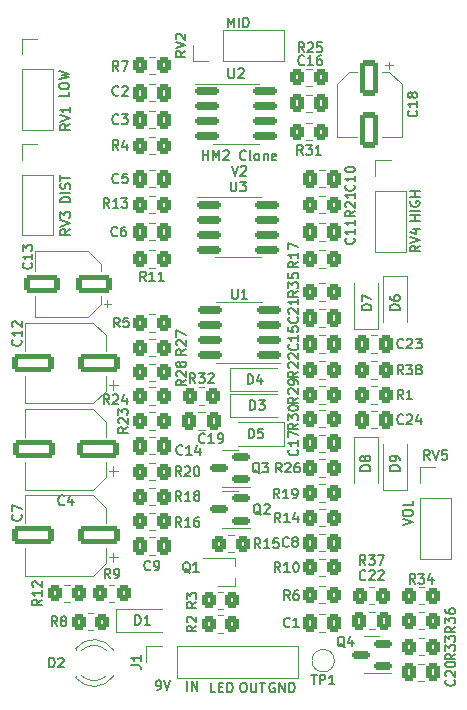
<source format=gbr>
%TF.GenerationSoftware,KiCad,Pcbnew,(6.0.2)*%
%TF.CreationDate,2022-08-13T11:44:49+02:00*%
%TF.ProjectId,HM2,484d322e-6b69-4636-9164-5f7063625858,rev?*%
%TF.SameCoordinates,Original*%
%TF.FileFunction,Legend,Top*%
%TF.FilePolarity,Positive*%
%FSLAX46Y46*%
G04 Gerber Fmt 4.6, Leading zero omitted, Abs format (unit mm)*
G04 Created by KiCad (PCBNEW (6.0.2)) date 2022-08-13 11:44:49*
%MOMM*%
%LPD*%
G01*
G04 APERTURE LIST*
G04 Aperture macros list*
%AMRoundRect*
0 Rectangle with rounded corners*
0 $1 Rounding radius*
0 $2 $3 $4 $5 $6 $7 $8 $9 X,Y pos of 4 corners*
0 Add a 4 corners polygon primitive as box body*
4,1,4,$2,$3,$4,$5,$6,$7,$8,$9,$2,$3,0*
0 Add four circle primitives for the rounded corners*
1,1,$1+$1,$2,$3*
1,1,$1+$1,$4,$5*
1,1,$1+$1,$6,$7*
1,1,$1+$1,$8,$9*
0 Add four rect primitives between the rounded corners*
20,1,$1+$1,$2,$3,$4,$5,0*
20,1,$1+$1,$4,$5,$6,$7,0*
20,1,$1+$1,$6,$7,$8,$9,0*
20,1,$1+$1,$8,$9,$2,$3,0*%
G04 Aperture macros list end*
%ADD10C,0.152400*%
%ADD11C,0.120000*%
%ADD12RoundRect,0.250000X0.337500X0.475000X-0.337500X0.475000X-0.337500X-0.475000X0.337500X-0.475000X0*%
%ADD13R,1.200000X0.900000*%
%ADD14RoundRect,0.250000X-0.337500X-0.475000X0.337500X-0.475000X0.337500X0.475000X-0.337500X0.475000X0*%
%ADD15RoundRect,0.250000X0.350000X0.450000X-0.350000X0.450000X-0.350000X-0.450000X0.350000X-0.450000X0*%
%ADD16R,1.500000X0.450000*%
%ADD17RoundRect,0.150000X0.587500X0.150000X-0.587500X0.150000X-0.587500X-0.150000X0.587500X-0.150000X0*%
%ADD18RoundRect,0.150000X-0.825000X-0.150000X0.825000X-0.150000X0.825000X0.150000X-0.825000X0.150000X0*%
%ADD19RoundRect,0.250000X-0.350000X-0.450000X0.350000X-0.450000X0.350000X0.450000X-0.350000X0.450000X0*%
%ADD20R,1.700000X1.700000*%
%ADD21O,1.700000X1.700000*%
%ADD22R,0.900000X1.200000*%
%ADD23RoundRect,0.250000X1.250000X0.550000X-1.250000X0.550000X-1.250000X-0.550000X1.250000X-0.550000X0*%
%ADD24RoundRect,0.250000X1.500000X0.550000X-1.500000X0.550000X-1.500000X-0.550000X1.500000X-0.550000X0*%
%ADD25C,1.500000*%
%ADD26RoundRect,0.250000X-0.550000X1.250000X-0.550000X-1.250000X0.550000X-1.250000X0.550000X1.250000X0*%
%ADD27RoundRect,0.150000X0.825000X0.150000X-0.825000X0.150000X-0.825000X-0.150000X0.825000X-0.150000X0*%
%ADD28R,1.800000X1.800000*%
%ADD29C,1.800000*%
G04 APERTURE END LIST*
D10*
X130903619Y-104013391D02*
X130903619Y-103200591D01*
X130903619Y-103587638D02*
X131368076Y-103587638D01*
X131368076Y-104013391D02*
X131368076Y-103200591D01*
X131755123Y-104013391D02*
X131755123Y-103200591D01*
X132026057Y-103781162D01*
X132296990Y-103200591D01*
X132296990Y-104013391D01*
X132645333Y-103278000D02*
X132684038Y-103239296D01*
X132761447Y-103200591D01*
X132954971Y-103200591D01*
X133032380Y-103239296D01*
X133071085Y-103278000D01*
X133109790Y-103355410D01*
X133109790Y-103432819D01*
X133071085Y-103548934D01*
X132606628Y-104013391D01*
X133109790Y-104013391D01*
X134541866Y-103935981D02*
X134503161Y-103974686D01*
X134387047Y-104013391D01*
X134309638Y-104013391D01*
X134193523Y-103974686D01*
X134116114Y-103897276D01*
X134077409Y-103819867D01*
X134038704Y-103665048D01*
X134038704Y-103548934D01*
X134077409Y-103394115D01*
X134116114Y-103316705D01*
X134193523Y-103239296D01*
X134309638Y-103200591D01*
X134387047Y-103200591D01*
X134503161Y-103239296D01*
X134541866Y-103278000D01*
X135006323Y-104013391D02*
X134928914Y-103974686D01*
X134890209Y-103897276D01*
X134890209Y-103200591D01*
X135432076Y-104013391D02*
X135354666Y-103974686D01*
X135315961Y-103935981D01*
X135277257Y-103858572D01*
X135277257Y-103626343D01*
X135315961Y-103548934D01*
X135354666Y-103510229D01*
X135432076Y-103471524D01*
X135548190Y-103471524D01*
X135625600Y-103510229D01*
X135664304Y-103548934D01*
X135703009Y-103626343D01*
X135703009Y-103858572D01*
X135664304Y-103935981D01*
X135625600Y-103974686D01*
X135548190Y-104013391D01*
X135432076Y-104013391D01*
X136051352Y-103471524D02*
X136051352Y-104013391D01*
X136051352Y-103548934D02*
X136090057Y-103510229D01*
X136167466Y-103471524D01*
X136283580Y-103471524D01*
X136360990Y-103510229D01*
X136399695Y-103587638D01*
X136399695Y-104013391D01*
X137096380Y-103974686D02*
X137018971Y-104013391D01*
X136864152Y-104013391D01*
X136786742Y-103974686D01*
X136748038Y-103897276D01*
X136748038Y-103587638D01*
X136786742Y-103510229D01*
X136864152Y-103471524D01*
X137018971Y-103471524D01*
X137096380Y-103510229D01*
X137135085Y-103587638D01*
X137135085Y-103665048D01*
X136748038Y-103742457D01*
X133342019Y-104509199D02*
X133612952Y-105321999D01*
X133883885Y-104509199D01*
X134116114Y-104586608D02*
X134154819Y-104547904D01*
X134232228Y-104509199D01*
X134425752Y-104509199D01*
X134503161Y-104547904D01*
X134541866Y-104586608D01*
X134580571Y-104664018D01*
X134580571Y-104741427D01*
X134541866Y-104857542D01*
X134077409Y-105321999D01*
X134580571Y-105321999D01*
X136980723Y-148293600D02*
X136903314Y-148254895D01*
X136787200Y-148254895D01*
X136671085Y-148293600D01*
X136593676Y-148371009D01*
X136554971Y-148448419D01*
X136516266Y-148603238D01*
X136516266Y-148719352D01*
X136554971Y-148874171D01*
X136593676Y-148951580D01*
X136671085Y-149028990D01*
X136787200Y-149067695D01*
X136864609Y-149067695D01*
X136980723Y-149028990D01*
X137019428Y-148990285D01*
X137019428Y-148719352D01*
X136864609Y-148719352D01*
X137367771Y-149067695D02*
X137367771Y-148254895D01*
X137832228Y-149067695D01*
X137832228Y-148254895D01*
X138219276Y-149067695D02*
X138219276Y-148254895D01*
X138412800Y-148254895D01*
X138528914Y-148293600D01*
X138606323Y-148371009D01*
X138645028Y-148448419D01*
X138683733Y-148603238D01*
X138683733Y-148719352D01*
X138645028Y-148874171D01*
X138606323Y-148951580D01*
X138528914Y-149028990D01*
X138412800Y-149067695D01*
X138219276Y-149067695D01*
X134287200Y-148254895D02*
X134442019Y-148254895D01*
X134519428Y-148293600D01*
X134596838Y-148371009D01*
X134635542Y-148525828D01*
X134635542Y-148796761D01*
X134596838Y-148951580D01*
X134519428Y-149028990D01*
X134442019Y-149067695D01*
X134287200Y-149067695D01*
X134209790Y-149028990D01*
X134132380Y-148951580D01*
X134093676Y-148796761D01*
X134093676Y-148525828D01*
X134132380Y-148371009D01*
X134209790Y-148293600D01*
X134287200Y-148254895D01*
X134983885Y-148254895D02*
X134983885Y-148912876D01*
X135022590Y-148990285D01*
X135061295Y-149028990D01*
X135138704Y-149067695D01*
X135293523Y-149067695D01*
X135370933Y-149028990D01*
X135409638Y-148990285D01*
X135448342Y-148912876D01*
X135448342Y-148254895D01*
X135719276Y-148254895D02*
X136183733Y-148254895D01*
X135951504Y-149067695D02*
X135951504Y-148254895D01*
X131977485Y-149067695D02*
X131590438Y-149067695D01*
X131590438Y-148254895D01*
X132248419Y-148641942D02*
X132519352Y-148641942D01*
X132635466Y-149067695D02*
X132248419Y-149067695D01*
X132248419Y-148254895D01*
X132635466Y-148254895D01*
X132983809Y-149067695D02*
X132983809Y-148254895D01*
X133177333Y-148254895D01*
X133293447Y-148293600D01*
X133370857Y-148371009D01*
X133409561Y-148448419D01*
X133448266Y-148603238D01*
X133448266Y-148719352D01*
X133409561Y-148874171D01*
X133370857Y-148951580D01*
X133293447Y-149028990D01*
X133177333Y-149067695D01*
X132983809Y-149067695D01*
X129574247Y-148967695D02*
X129574247Y-148154895D01*
X129961295Y-148967695D02*
X129961295Y-148154895D01*
X130425752Y-148967695D01*
X130425752Y-148154895D01*
X126996838Y-148867695D02*
X127151657Y-148867695D01*
X127229066Y-148828990D01*
X127267771Y-148790285D01*
X127345180Y-148674171D01*
X127383885Y-148519352D01*
X127383885Y-148209714D01*
X127345180Y-148132304D01*
X127306476Y-148093600D01*
X127229066Y-148054895D01*
X127074247Y-148054895D01*
X126996838Y-148093600D01*
X126958133Y-148132304D01*
X126919428Y-148209714D01*
X126919428Y-148403238D01*
X126958133Y-148480647D01*
X126996838Y-148519352D01*
X127074247Y-148558057D01*
X127229066Y-148558057D01*
X127306476Y-148519352D01*
X127345180Y-148480647D01*
X127383885Y-148403238D01*
X127616114Y-148054895D02*
X127887047Y-148867695D01*
X128157980Y-148054895D01*
X147854895Y-134925676D02*
X148667695Y-134654742D01*
X147854895Y-134383809D01*
X147854895Y-133958057D02*
X147854895Y-133803238D01*
X147893600Y-133725828D01*
X147971009Y-133648419D01*
X148125828Y-133609714D01*
X148396761Y-133609714D01*
X148551580Y-133648419D01*
X148628990Y-133725828D01*
X148667695Y-133803238D01*
X148667695Y-133958057D01*
X148628990Y-134035466D01*
X148551580Y-134112876D01*
X148396761Y-134151580D01*
X148125828Y-134151580D01*
X147971009Y-134112876D01*
X147893600Y-134035466D01*
X147854895Y-133958057D01*
X148667695Y-132874323D02*
X148667695Y-133261371D01*
X147854895Y-133261371D01*
X119567695Y-98238628D02*
X119567695Y-98625676D01*
X118754895Y-98625676D01*
X118754895Y-97812876D02*
X118754895Y-97658057D01*
X118793600Y-97580647D01*
X118871009Y-97503238D01*
X119025828Y-97464533D01*
X119296761Y-97464533D01*
X119451580Y-97503238D01*
X119528990Y-97580647D01*
X119567695Y-97658057D01*
X119567695Y-97812876D01*
X119528990Y-97890285D01*
X119451580Y-97967695D01*
X119296761Y-98006400D01*
X119025828Y-98006400D01*
X118871009Y-97967695D01*
X118793600Y-97890285D01*
X118754895Y-97812876D01*
X118754895Y-97193600D02*
X119567695Y-97000076D01*
X118987123Y-96845257D01*
X119567695Y-96690438D01*
X118754895Y-96496914D01*
X119667695Y-107603085D02*
X118854895Y-107603085D01*
X118854895Y-107409561D01*
X118893600Y-107293447D01*
X118971009Y-107216038D01*
X119048419Y-107177333D01*
X119203238Y-107138628D01*
X119319352Y-107138628D01*
X119474171Y-107177333D01*
X119551580Y-107216038D01*
X119628990Y-107293447D01*
X119667695Y-107409561D01*
X119667695Y-107603085D01*
X119667695Y-106790285D02*
X118854895Y-106790285D01*
X119628990Y-106441942D02*
X119667695Y-106325828D01*
X119667695Y-106132304D01*
X119628990Y-106054895D01*
X119590285Y-106016190D01*
X119512876Y-105977485D01*
X119435466Y-105977485D01*
X119358057Y-106016190D01*
X119319352Y-106054895D01*
X119280647Y-106132304D01*
X119241942Y-106287123D01*
X119203238Y-106364533D01*
X119164533Y-106403238D01*
X119087123Y-106441942D01*
X119009714Y-106441942D01*
X118932304Y-106403238D01*
X118893600Y-106364533D01*
X118854895Y-106287123D01*
X118854895Y-106093600D01*
X118893600Y-105977485D01*
X118854895Y-105745257D02*
X118854895Y-105280800D01*
X119667695Y-105513028D02*
X118854895Y-105513028D01*
X149267695Y-109157904D02*
X148454895Y-109157904D01*
X148841942Y-109157904D02*
X148841942Y-108693447D01*
X149267695Y-108693447D02*
X148454895Y-108693447D01*
X149267695Y-108306400D02*
X148454895Y-108306400D01*
X148493600Y-107493600D02*
X148454895Y-107571009D01*
X148454895Y-107687123D01*
X148493600Y-107803238D01*
X148571009Y-107880647D01*
X148648419Y-107919352D01*
X148803238Y-107958057D01*
X148919352Y-107958057D01*
X149074171Y-107919352D01*
X149151580Y-107880647D01*
X149228990Y-107803238D01*
X149267695Y-107687123D01*
X149267695Y-107609714D01*
X149228990Y-107493600D01*
X149190285Y-107454895D01*
X148919352Y-107454895D01*
X148919352Y-107609714D01*
X149267695Y-107106552D02*
X148454895Y-107106552D01*
X148841942Y-107106552D02*
X148841942Y-106642095D01*
X149267695Y-106642095D02*
X148454895Y-106642095D01*
X133029142Y-92767695D02*
X133029142Y-91954895D01*
X133300076Y-92535466D01*
X133571009Y-91954895D01*
X133571009Y-92767695D01*
X133958057Y-92767695D02*
X133958057Y-91954895D01*
X134345104Y-92767695D02*
X134345104Y-91954895D01*
X134538628Y-91954895D01*
X134654742Y-91993600D01*
X134732152Y-92071009D01*
X134770857Y-92148419D01*
X134809561Y-92303238D01*
X134809561Y-92419352D01*
X134770857Y-92574171D01*
X134732152Y-92651580D01*
X134654742Y-92728990D01*
X134538628Y-92767695D01*
X134345104Y-92767695D01*
%TO.C,C10*%
X143690285Y-106122514D02*
X143728990Y-106161219D01*
X143767695Y-106277333D01*
X143767695Y-106354742D01*
X143728990Y-106470857D01*
X143651580Y-106548266D01*
X143574171Y-106586971D01*
X143419352Y-106625676D01*
X143303238Y-106625676D01*
X143148419Y-106586971D01*
X143071009Y-106548266D01*
X142993600Y-106470857D01*
X142954895Y-106354742D01*
X142954895Y-106277333D01*
X142993600Y-106161219D01*
X143032304Y-106122514D01*
X143767695Y-105348419D02*
X143767695Y-105812876D01*
X143767695Y-105580647D02*
X142954895Y-105580647D01*
X143071009Y-105658057D01*
X143148419Y-105735466D01*
X143187123Y-105812876D01*
X142954895Y-104845257D02*
X142954895Y-104767847D01*
X142993600Y-104690438D01*
X143032304Y-104651733D01*
X143109714Y-104613028D01*
X143264533Y-104574323D01*
X143458057Y-104574323D01*
X143612876Y-104613028D01*
X143690285Y-104651733D01*
X143728990Y-104690438D01*
X143767695Y-104767847D01*
X143767695Y-104845257D01*
X143728990Y-104922666D01*
X143690285Y-104961371D01*
X143612876Y-105000076D01*
X143458057Y-105038780D01*
X143264533Y-105038780D01*
X143109714Y-105000076D01*
X143032304Y-104961371D01*
X142993600Y-104922666D01*
X142954895Y-104845257D01*
%TO.C,D8*%
X145067695Y-130299923D02*
X144254895Y-130299923D01*
X144254895Y-130106400D01*
X144293600Y-129990285D01*
X144371009Y-129912876D01*
X144448419Y-129874171D01*
X144603238Y-129835466D01*
X144719352Y-129835466D01*
X144874171Y-129874171D01*
X144951580Y-129912876D01*
X145028990Y-129990285D01*
X145067695Y-130106400D01*
X145067695Y-130299923D01*
X144603238Y-129371009D02*
X144564533Y-129448419D01*
X144525828Y-129487123D01*
X144448419Y-129525828D01*
X144409714Y-129525828D01*
X144332304Y-129487123D01*
X144293600Y-129448419D01*
X144254895Y-129371009D01*
X144254895Y-129216190D01*
X144293600Y-129138780D01*
X144332304Y-129100076D01*
X144409714Y-129061371D01*
X144448419Y-129061371D01*
X144525828Y-129100076D01*
X144564533Y-129138780D01*
X144603238Y-129216190D01*
X144603238Y-129371009D01*
X144641942Y-129448419D01*
X144680647Y-129487123D01*
X144758057Y-129525828D01*
X144912876Y-129525828D01*
X144990285Y-129487123D01*
X145028990Y-129448419D01*
X145067695Y-129371009D01*
X145067695Y-129216190D01*
X145028990Y-129138780D01*
X144990285Y-129100076D01*
X144912876Y-129061371D01*
X144758057Y-129061371D01*
X144680647Y-129100076D01*
X144641942Y-129138780D01*
X144603238Y-129216190D01*
%TO.C,C22*%
X144677485Y-139490285D02*
X144638780Y-139528990D01*
X144522666Y-139567695D01*
X144445257Y-139567695D01*
X144329142Y-139528990D01*
X144251733Y-139451580D01*
X144213028Y-139374171D01*
X144174323Y-139219352D01*
X144174323Y-139103238D01*
X144213028Y-138948419D01*
X144251733Y-138871009D01*
X144329142Y-138793600D01*
X144445257Y-138754895D01*
X144522666Y-138754895D01*
X144638780Y-138793600D01*
X144677485Y-138832304D01*
X144987123Y-138832304D02*
X145025828Y-138793600D01*
X145103238Y-138754895D01*
X145296761Y-138754895D01*
X145374171Y-138793600D01*
X145412876Y-138832304D01*
X145451580Y-138909714D01*
X145451580Y-138987123D01*
X145412876Y-139103238D01*
X144948419Y-139567695D01*
X145451580Y-139567695D01*
X145761219Y-138832304D02*
X145799923Y-138793600D01*
X145877333Y-138754895D01*
X146070857Y-138754895D01*
X146148266Y-138793600D01*
X146186971Y-138832304D01*
X146225676Y-138909714D01*
X146225676Y-138987123D01*
X146186971Y-139103238D01*
X145722514Y-139567695D01*
X146225676Y-139567695D01*
%TO.C,R34*%
X148877485Y-139867695D02*
X148606552Y-139480647D01*
X148413028Y-139867695D02*
X148413028Y-139054895D01*
X148722666Y-139054895D01*
X148800076Y-139093600D01*
X148838780Y-139132304D01*
X148877485Y-139209714D01*
X148877485Y-139325828D01*
X148838780Y-139403238D01*
X148800076Y-139441942D01*
X148722666Y-139480647D01*
X148413028Y-139480647D01*
X149148419Y-139054895D02*
X149651580Y-139054895D01*
X149380647Y-139364533D01*
X149496761Y-139364533D01*
X149574171Y-139403238D01*
X149612876Y-139441942D01*
X149651580Y-139519352D01*
X149651580Y-139712876D01*
X149612876Y-139790285D01*
X149574171Y-139828990D01*
X149496761Y-139867695D01*
X149264533Y-139867695D01*
X149187123Y-139828990D01*
X149148419Y-139790285D01*
X150348266Y-139325828D02*
X150348266Y-139867695D01*
X150154742Y-139016190D02*
X149961219Y-139596761D01*
X150464380Y-139596761D01*
%TO.C,C3*%
X123764533Y-100890285D02*
X123725828Y-100928990D01*
X123609714Y-100967695D01*
X123532304Y-100967695D01*
X123416190Y-100928990D01*
X123338780Y-100851580D01*
X123300076Y-100774171D01*
X123261371Y-100619352D01*
X123261371Y-100503238D01*
X123300076Y-100348419D01*
X123338780Y-100271009D01*
X123416190Y-100193600D01*
X123532304Y-100154895D01*
X123609714Y-100154895D01*
X123725828Y-100193600D01*
X123764533Y-100232304D01*
X124035466Y-100154895D02*
X124538628Y-100154895D01*
X124267695Y-100464533D01*
X124383809Y-100464533D01*
X124461219Y-100503238D01*
X124499923Y-100541942D01*
X124538628Y-100619352D01*
X124538628Y-100812876D01*
X124499923Y-100890285D01*
X124461219Y-100928990D01*
X124383809Y-100967695D01*
X124151580Y-100967695D01*
X124074171Y-100928990D01*
X124035466Y-100890285D01*
%TO.C,R17*%
X138967695Y-112622514D02*
X138580647Y-112893447D01*
X138967695Y-113086971D02*
X138154895Y-113086971D01*
X138154895Y-112777333D01*
X138193600Y-112699923D01*
X138232304Y-112661219D01*
X138309714Y-112622514D01*
X138425828Y-112622514D01*
X138503238Y-112661219D01*
X138541942Y-112699923D01*
X138580647Y-112777333D01*
X138580647Y-113086971D01*
X138967695Y-111848419D02*
X138967695Y-112312876D01*
X138967695Y-112080647D02*
X138154895Y-112080647D01*
X138271009Y-112158057D01*
X138348419Y-112235466D01*
X138387123Y-112312876D01*
X138154895Y-111577485D02*
X138154895Y-111035619D01*
X138967695Y-111383961D01*
%TO.C,C19*%
X131077485Y-127890285D02*
X131038780Y-127928990D01*
X130922666Y-127967695D01*
X130845257Y-127967695D01*
X130729142Y-127928990D01*
X130651733Y-127851580D01*
X130613028Y-127774171D01*
X130574323Y-127619352D01*
X130574323Y-127503238D01*
X130613028Y-127348419D01*
X130651733Y-127271009D01*
X130729142Y-127193600D01*
X130845257Y-127154895D01*
X130922666Y-127154895D01*
X131038780Y-127193600D01*
X131077485Y-127232304D01*
X131851580Y-127967695D02*
X131387123Y-127967695D01*
X131619352Y-127967695D02*
X131619352Y-127154895D01*
X131541942Y-127271009D01*
X131464533Y-127348419D01*
X131387123Y-127387123D01*
X132238628Y-127967695D02*
X132393447Y-127967695D01*
X132470857Y-127928990D01*
X132509561Y-127890285D01*
X132586971Y-127774171D01*
X132625676Y-127619352D01*
X132625676Y-127309714D01*
X132586971Y-127232304D01*
X132548266Y-127193600D01*
X132470857Y-127154895D01*
X132316038Y-127154895D01*
X132238628Y-127193600D01*
X132199923Y-127232304D01*
X132161219Y-127309714D01*
X132161219Y-127503238D01*
X132199923Y-127580647D01*
X132238628Y-127619352D01*
X132316038Y-127658057D01*
X132470857Y-127658057D01*
X132548266Y-127619352D01*
X132586971Y-127580647D01*
X132625676Y-127503238D01*
%TO.C,Q1*%
X129822590Y-138945104D02*
X129745180Y-138906400D01*
X129667771Y-138828990D01*
X129551657Y-138712876D01*
X129474247Y-138674171D01*
X129396838Y-138674171D01*
X129435542Y-138867695D02*
X129358133Y-138828990D01*
X129280723Y-138751580D01*
X129242019Y-138596761D01*
X129242019Y-138325828D01*
X129280723Y-138171009D01*
X129358133Y-138093600D01*
X129435542Y-138054895D01*
X129590361Y-138054895D01*
X129667771Y-138093600D01*
X129745180Y-138171009D01*
X129783885Y-138325828D01*
X129783885Y-138596761D01*
X129745180Y-138751580D01*
X129667771Y-138828990D01*
X129590361Y-138867695D01*
X129435542Y-138867695D01*
X130557980Y-138867695D02*
X130093523Y-138867695D01*
X130325752Y-138867695D02*
X130325752Y-138054895D01*
X130248342Y-138171009D01*
X130170933Y-138248419D01*
X130093523Y-138287123D01*
%TO.C,Q4*%
X142922590Y-145245104D02*
X142845180Y-145206400D01*
X142767771Y-145128990D01*
X142651657Y-145012876D01*
X142574247Y-144974171D01*
X142496838Y-144974171D01*
X142535542Y-145167695D02*
X142458133Y-145128990D01*
X142380723Y-145051580D01*
X142342019Y-144896761D01*
X142342019Y-144625828D01*
X142380723Y-144471009D01*
X142458133Y-144393600D01*
X142535542Y-144354895D01*
X142690361Y-144354895D01*
X142767771Y-144393600D01*
X142845180Y-144471009D01*
X142883885Y-144625828D01*
X142883885Y-144896761D01*
X142845180Y-145051580D01*
X142767771Y-145128990D01*
X142690361Y-145167695D01*
X142535542Y-145167695D01*
X143580571Y-144625828D02*
X143580571Y-145167695D01*
X143387047Y-144316190D02*
X143193523Y-144896761D01*
X143696685Y-144896761D01*
%TO.C,U2*%
X133080723Y-96254895D02*
X133080723Y-96912876D01*
X133119428Y-96990285D01*
X133158133Y-97028990D01*
X133235542Y-97067695D01*
X133390361Y-97067695D01*
X133467771Y-97028990D01*
X133506476Y-96990285D01*
X133545180Y-96912876D01*
X133545180Y-96254895D01*
X133893523Y-96332304D02*
X133932228Y-96293600D01*
X134009638Y-96254895D01*
X134203161Y-96254895D01*
X134280571Y-96293600D01*
X134319276Y-96332304D01*
X134357980Y-96409714D01*
X134357980Y-96487123D01*
X134319276Y-96603238D01*
X133854819Y-97067695D01*
X134357980Y-97067695D01*
%TO.C,Q2*%
X135822590Y-134045104D02*
X135745180Y-134006400D01*
X135667771Y-133928990D01*
X135551657Y-133812876D01*
X135474247Y-133774171D01*
X135396838Y-133774171D01*
X135435542Y-133967695D02*
X135358133Y-133928990D01*
X135280723Y-133851580D01*
X135242019Y-133696761D01*
X135242019Y-133425828D01*
X135280723Y-133271009D01*
X135358133Y-133193600D01*
X135435542Y-133154895D01*
X135590361Y-133154895D01*
X135667771Y-133193600D01*
X135745180Y-133271009D01*
X135783885Y-133425828D01*
X135783885Y-133696761D01*
X135745180Y-133851580D01*
X135667771Y-133928990D01*
X135590361Y-133967695D01*
X135435542Y-133967695D01*
X136093523Y-133232304D02*
X136132228Y-133193600D01*
X136209638Y-133154895D01*
X136403161Y-133154895D01*
X136480571Y-133193600D01*
X136519276Y-133232304D01*
X136557980Y-133309714D01*
X136557980Y-133387123D01*
X136519276Y-133503238D01*
X136054819Y-133967695D01*
X136557980Y-133967695D01*
%TO.C,R16*%
X129077485Y-135067695D02*
X128806552Y-134680647D01*
X128613028Y-135067695D02*
X128613028Y-134254895D01*
X128922666Y-134254895D01*
X129000076Y-134293600D01*
X129038780Y-134332304D01*
X129077485Y-134409714D01*
X129077485Y-134525828D01*
X129038780Y-134603238D01*
X129000076Y-134641942D01*
X128922666Y-134680647D01*
X128613028Y-134680647D01*
X129851580Y-135067695D02*
X129387123Y-135067695D01*
X129619352Y-135067695D02*
X129619352Y-134254895D01*
X129541942Y-134371009D01*
X129464533Y-134448419D01*
X129387123Y-134487123D01*
X130548266Y-134254895D02*
X130393447Y-134254895D01*
X130316038Y-134293600D01*
X130277333Y-134332304D01*
X130199923Y-134448419D01*
X130161219Y-134603238D01*
X130161219Y-134912876D01*
X130199923Y-134990285D01*
X130238628Y-135028990D01*
X130316038Y-135067695D01*
X130470857Y-135067695D01*
X130548266Y-135028990D01*
X130586971Y-134990285D01*
X130625676Y-134912876D01*
X130625676Y-134719352D01*
X130586971Y-134641942D01*
X130548266Y-134603238D01*
X130470857Y-134564533D01*
X130316038Y-134564533D01*
X130238628Y-134603238D01*
X130199923Y-134641942D01*
X130161219Y-134719352D01*
%TO.C,R21*%
X143767695Y-108322514D02*
X143380647Y-108593447D01*
X143767695Y-108786971D02*
X142954895Y-108786971D01*
X142954895Y-108477333D01*
X142993600Y-108399923D01*
X143032304Y-108361219D01*
X143109714Y-108322514D01*
X143225828Y-108322514D01*
X143303238Y-108361219D01*
X143341942Y-108399923D01*
X143380647Y-108477333D01*
X143380647Y-108786971D01*
X143032304Y-108012876D02*
X142993600Y-107974171D01*
X142954895Y-107896761D01*
X142954895Y-107703238D01*
X142993600Y-107625828D01*
X143032304Y-107587123D01*
X143109714Y-107548419D01*
X143187123Y-107548419D01*
X143303238Y-107587123D01*
X143767695Y-108051580D01*
X143767695Y-107548419D01*
X143767695Y-106774323D02*
X143767695Y-107238780D01*
X143767695Y-107006552D02*
X142954895Y-107006552D01*
X143071009Y-107083961D01*
X143148419Y-107161371D01*
X143187123Y-107238780D01*
%TO.C,RV5*%
X150116190Y-129397695D02*
X149845257Y-129010647D01*
X149651733Y-129397695D02*
X149651733Y-128584895D01*
X149961371Y-128584895D01*
X150038780Y-128623600D01*
X150077485Y-128662304D01*
X150116190Y-128739714D01*
X150116190Y-128855828D01*
X150077485Y-128933238D01*
X150038780Y-128971942D01*
X149961371Y-129010647D01*
X149651733Y-129010647D01*
X150348419Y-128584895D02*
X150619352Y-129397695D01*
X150890285Y-128584895D01*
X151548266Y-128584895D02*
X151161219Y-128584895D01*
X151122514Y-128971942D01*
X151161219Y-128933238D01*
X151238628Y-128894533D01*
X151432152Y-128894533D01*
X151509561Y-128933238D01*
X151548266Y-128971942D01*
X151586971Y-129049352D01*
X151586971Y-129242876D01*
X151548266Y-129320285D01*
X151509561Y-129358990D01*
X151432152Y-129397695D01*
X151238628Y-129397695D01*
X151161219Y-129358990D01*
X151122514Y-129320285D01*
%TO.C,R8*%
X118564533Y-143467695D02*
X118293600Y-143080647D01*
X118100076Y-143467695D02*
X118100076Y-142654895D01*
X118409714Y-142654895D01*
X118487123Y-142693600D01*
X118525828Y-142732304D01*
X118564533Y-142809714D01*
X118564533Y-142925828D01*
X118525828Y-143003238D01*
X118487123Y-143041942D01*
X118409714Y-143080647D01*
X118100076Y-143080647D01*
X119028990Y-143003238D02*
X118951580Y-142964533D01*
X118912876Y-142925828D01*
X118874171Y-142848419D01*
X118874171Y-142809714D01*
X118912876Y-142732304D01*
X118951580Y-142693600D01*
X119028990Y-142654895D01*
X119183809Y-142654895D01*
X119261219Y-142693600D01*
X119299923Y-142732304D01*
X119338628Y-142809714D01*
X119338628Y-142848419D01*
X119299923Y-142925828D01*
X119261219Y-142964533D01*
X119183809Y-143003238D01*
X119028990Y-143003238D01*
X118951580Y-143041942D01*
X118912876Y-143080647D01*
X118874171Y-143158057D01*
X118874171Y-143312876D01*
X118912876Y-143390285D01*
X118951580Y-143428990D01*
X119028990Y-143467695D01*
X119183809Y-143467695D01*
X119261219Y-143428990D01*
X119299923Y-143390285D01*
X119338628Y-143312876D01*
X119338628Y-143158057D01*
X119299923Y-143080647D01*
X119261219Y-143041942D01*
X119183809Y-143003238D01*
%TO.C,R22*%
X138967695Y-121922514D02*
X138580647Y-122193447D01*
X138967695Y-122386971D02*
X138154895Y-122386971D01*
X138154895Y-122077333D01*
X138193600Y-121999923D01*
X138232304Y-121961219D01*
X138309714Y-121922514D01*
X138425828Y-121922514D01*
X138503238Y-121961219D01*
X138541942Y-121999923D01*
X138580647Y-122077333D01*
X138580647Y-122386971D01*
X138232304Y-121612876D02*
X138193600Y-121574171D01*
X138154895Y-121496761D01*
X138154895Y-121303238D01*
X138193600Y-121225828D01*
X138232304Y-121187123D01*
X138309714Y-121148419D01*
X138387123Y-121148419D01*
X138503238Y-121187123D01*
X138967695Y-121651580D01*
X138967695Y-121148419D01*
X138232304Y-120838780D02*
X138193600Y-120800076D01*
X138154895Y-120722666D01*
X138154895Y-120529142D01*
X138193600Y-120451733D01*
X138232304Y-120413028D01*
X138309714Y-120374323D01*
X138387123Y-120374323D01*
X138503238Y-120413028D01*
X138967695Y-120877485D01*
X138967695Y-120374323D01*
%TO.C,R26*%
X137577485Y-130467695D02*
X137306552Y-130080647D01*
X137113028Y-130467695D02*
X137113028Y-129654895D01*
X137422666Y-129654895D01*
X137500076Y-129693600D01*
X137538780Y-129732304D01*
X137577485Y-129809714D01*
X137577485Y-129925828D01*
X137538780Y-130003238D01*
X137500076Y-130041942D01*
X137422666Y-130080647D01*
X137113028Y-130080647D01*
X137887123Y-129732304D02*
X137925828Y-129693600D01*
X138003238Y-129654895D01*
X138196761Y-129654895D01*
X138274171Y-129693600D01*
X138312876Y-129732304D01*
X138351580Y-129809714D01*
X138351580Y-129887123D01*
X138312876Y-130003238D01*
X137848419Y-130467695D01*
X138351580Y-130467695D01*
X139048266Y-129654895D02*
X138893447Y-129654895D01*
X138816038Y-129693600D01*
X138777333Y-129732304D01*
X138699923Y-129848419D01*
X138661219Y-130003238D01*
X138661219Y-130312876D01*
X138699923Y-130390285D01*
X138738628Y-130428990D01*
X138816038Y-130467695D01*
X138970857Y-130467695D01*
X139048266Y-130428990D01*
X139086971Y-130390285D01*
X139125676Y-130312876D01*
X139125676Y-130119352D01*
X139086971Y-130041942D01*
X139048266Y-130003238D01*
X138970857Y-129964533D01*
X138816038Y-129964533D01*
X138738628Y-130003238D01*
X138699923Y-130041942D01*
X138661219Y-130119352D01*
%TO.C,C21*%
X138890285Y-117322514D02*
X138928990Y-117361219D01*
X138967695Y-117477333D01*
X138967695Y-117554742D01*
X138928990Y-117670857D01*
X138851580Y-117748266D01*
X138774171Y-117786971D01*
X138619352Y-117825676D01*
X138503238Y-117825676D01*
X138348419Y-117786971D01*
X138271009Y-117748266D01*
X138193600Y-117670857D01*
X138154895Y-117554742D01*
X138154895Y-117477333D01*
X138193600Y-117361219D01*
X138232304Y-117322514D01*
X138232304Y-117012876D02*
X138193600Y-116974171D01*
X138154895Y-116896761D01*
X138154895Y-116703238D01*
X138193600Y-116625828D01*
X138232304Y-116587123D01*
X138309714Y-116548419D01*
X138387123Y-116548419D01*
X138503238Y-116587123D01*
X138967695Y-117051580D01*
X138967695Y-116548419D01*
X138967695Y-115774323D02*
X138967695Y-116238780D01*
X138967695Y-116006552D02*
X138154895Y-116006552D01*
X138271009Y-116083961D01*
X138348419Y-116161371D01*
X138387123Y-116238780D01*
%TO.C,C5*%
X123764533Y-105890285D02*
X123725828Y-105928990D01*
X123609714Y-105967695D01*
X123532304Y-105967695D01*
X123416190Y-105928990D01*
X123338780Y-105851580D01*
X123300076Y-105774171D01*
X123261371Y-105619352D01*
X123261371Y-105503238D01*
X123300076Y-105348419D01*
X123338780Y-105271009D01*
X123416190Y-105193600D01*
X123532304Y-105154895D01*
X123609714Y-105154895D01*
X123725828Y-105193600D01*
X123764533Y-105232304D01*
X124499923Y-105154895D02*
X124112876Y-105154895D01*
X124074171Y-105541942D01*
X124112876Y-105503238D01*
X124190285Y-105464533D01*
X124383809Y-105464533D01*
X124461219Y-105503238D01*
X124499923Y-105541942D01*
X124538628Y-105619352D01*
X124538628Y-105812876D01*
X124499923Y-105890285D01*
X124461219Y-105928990D01*
X124383809Y-105967695D01*
X124190285Y-105967695D01*
X124112876Y-105928990D01*
X124074171Y-105890285D01*
%TO.C,R37*%
X144677485Y-138267695D02*
X144406552Y-137880647D01*
X144213028Y-138267695D02*
X144213028Y-137454895D01*
X144522666Y-137454895D01*
X144600076Y-137493600D01*
X144638780Y-137532304D01*
X144677485Y-137609714D01*
X144677485Y-137725828D01*
X144638780Y-137803238D01*
X144600076Y-137841942D01*
X144522666Y-137880647D01*
X144213028Y-137880647D01*
X144948419Y-137454895D02*
X145451580Y-137454895D01*
X145180647Y-137764533D01*
X145296761Y-137764533D01*
X145374171Y-137803238D01*
X145412876Y-137841942D01*
X145451580Y-137919352D01*
X145451580Y-138112876D01*
X145412876Y-138190285D01*
X145374171Y-138228990D01*
X145296761Y-138267695D01*
X145064533Y-138267695D01*
X144987123Y-138228990D01*
X144948419Y-138190285D01*
X145722514Y-137454895D02*
X146264380Y-137454895D01*
X145916038Y-138267695D01*
%TO.C,C6*%
X123664533Y-110390285D02*
X123625828Y-110428990D01*
X123509714Y-110467695D01*
X123432304Y-110467695D01*
X123316190Y-110428990D01*
X123238780Y-110351580D01*
X123200076Y-110274171D01*
X123161371Y-110119352D01*
X123161371Y-110003238D01*
X123200076Y-109848419D01*
X123238780Y-109771009D01*
X123316190Y-109693600D01*
X123432304Y-109654895D01*
X123509714Y-109654895D01*
X123625828Y-109693600D01*
X123664533Y-109732304D01*
X124361219Y-109654895D02*
X124206400Y-109654895D01*
X124128990Y-109693600D01*
X124090285Y-109732304D01*
X124012876Y-109848419D01*
X123974171Y-110003238D01*
X123974171Y-110312876D01*
X124012876Y-110390285D01*
X124051580Y-110428990D01*
X124128990Y-110467695D01*
X124283809Y-110467695D01*
X124361219Y-110428990D01*
X124399923Y-110390285D01*
X124438628Y-110312876D01*
X124438628Y-110119352D01*
X124399923Y-110041942D01*
X124361219Y-110003238D01*
X124283809Y-109964533D01*
X124128990Y-109964533D01*
X124051580Y-110003238D01*
X124012876Y-110041942D01*
X123974171Y-110119352D01*
%TO.C,R18*%
X129077485Y-132867695D02*
X128806552Y-132480647D01*
X128613028Y-132867695D02*
X128613028Y-132054895D01*
X128922666Y-132054895D01*
X129000076Y-132093600D01*
X129038780Y-132132304D01*
X129077485Y-132209714D01*
X129077485Y-132325828D01*
X129038780Y-132403238D01*
X129000076Y-132441942D01*
X128922666Y-132480647D01*
X128613028Y-132480647D01*
X129851580Y-132867695D02*
X129387123Y-132867695D01*
X129619352Y-132867695D02*
X129619352Y-132054895D01*
X129541942Y-132171009D01*
X129464533Y-132248419D01*
X129387123Y-132287123D01*
X130316038Y-132403238D02*
X130238628Y-132364533D01*
X130199923Y-132325828D01*
X130161219Y-132248419D01*
X130161219Y-132209714D01*
X130199923Y-132132304D01*
X130238628Y-132093600D01*
X130316038Y-132054895D01*
X130470857Y-132054895D01*
X130548266Y-132093600D01*
X130586971Y-132132304D01*
X130625676Y-132209714D01*
X130625676Y-132248419D01*
X130586971Y-132325828D01*
X130548266Y-132364533D01*
X130470857Y-132403238D01*
X130316038Y-132403238D01*
X130238628Y-132441942D01*
X130199923Y-132480647D01*
X130161219Y-132558057D01*
X130161219Y-132712876D01*
X130199923Y-132790285D01*
X130238628Y-132828990D01*
X130316038Y-132867695D01*
X130470857Y-132867695D01*
X130548266Y-132828990D01*
X130586971Y-132790285D01*
X130625676Y-132712876D01*
X130625676Y-132558057D01*
X130586971Y-132480647D01*
X130548266Y-132441942D01*
X130470857Y-132403238D01*
%TO.C,R38*%
X147877485Y-122167695D02*
X147606552Y-121780647D01*
X147413028Y-122167695D02*
X147413028Y-121354895D01*
X147722666Y-121354895D01*
X147800076Y-121393600D01*
X147838780Y-121432304D01*
X147877485Y-121509714D01*
X147877485Y-121625828D01*
X147838780Y-121703238D01*
X147800076Y-121741942D01*
X147722666Y-121780647D01*
X147413028Y-121780647D01*
X148148419Y-121354895D02*
X148651580Y-121354895D01*
X148380647Y-121664533D01*
X148496761Y-121664533D01*
X148574171Y-121703238D01*
X148612876Y-121741942D01*
X148651580Y-121819352D01*
X148651580Y-122012876D01*
X148612876Y-122090285D01*
X148574171Y-122128990D01*
X148496761Y-122167695D01*
X148264533Y-122167695D01*
X148187123Y-122128990D01*
X148148419Y-122090285D01*
X149116038Y-121703238D02*
X149038628Y-121664533D01*
X148999923Y-121625828D01*
X148961219Y-121548419D01*
X148961219Y-121509714D01*
X148999923Y-121432304D01*
X149038628Y-121393600D01*
X149116038Y-121354895D01*
X149270857Y-121354895D01*
X149348266Y-121393600D01*
X149386971Y-121432304D01*
X149425676Y-121509714D01*
X149425676Y-121548419D01*
X149386971Y-121625828D01*
X149348266Y-121664533D01*
X149270857Y-121703238D01*
X149116038Y-121703238D01*
X149038628Y-121741942D01*
X148999923Y-121780647D01*
X148961219Y-121858057D01*
X148961219Y-122012876D01*
X148999923Y-122090285D01*
X149038628Y-122128990D01*
X149116038Y-122167695D01*
X149270857Y-122167695D01*
X149348266Y-122128990D01*
X149386971Y-122090285D01*
X149425676Y-122012876D01*
X149425676Y-121858057D01*
X149386971Y-121780647D01*
X149348266Y-121741942D01*
X149270857Y-121703238D01*
%TO.C,R28*%
X129467695Y-122622514D02*
X129080647Y-122893447D01*
X129467695Y-123086971D02*
X128654895Y-123086971D01*
X128654895Y-122777333D01*
X128693600Y-122699923D01*
X128732304Y-122661219D01*
X128809714Y-122622514D01*
X128925828Y-122622514D01*
X129003238Y-122661219D01*
X129041942Y-122699923D01*
X129080647Y-122777333D01*
X129080647Y-123086971D01*
X128732304Y-122312876D02*
X128693600Y-122274171D01*
X128654895Y-122196761D01*
X128654895Y-122003238D01*
X128693600Y-121925828D01*
X128732304Y-121887123D01*
X128809714Y-121848419D01*
X128887123Y-121848419D01*
X129003238Y-121887123D01*
X129467695Y-122351580D01*
X129467695Y-121848419D01*
X129003238Y-121383961D02*
X128964533Y-121461371D01*
X128925828Y-121500076D01*
X128848419Y-121538780D01*
X128809714Y-121538780D01*
X128732304Y-121500076D01*
X128693600Y-121461371D01*
X128654895Y-121383961D01*
X128654895Y-121229142D01*
X128693600Y-121151733D01*
X128732304Y-121113028D01*
X128809714Y-121074323D01*
X128848419Y-121074323D01*
X128925828Y-121113028D01*
X128964533Y-121151733D01*
X129003238Y-121229142D01*
X129003238Y-121383961D01*
X129041942Y-121461371D01*
X129080647Y-121500076D01*
X129158057Y-121538780D01*
X129312876Y-121538780D01*
X129390285Y-121500076D01*
X129428990Y-121461371D01*
X129467695Y-121383961D01*
X129467695Y-121229142D01*
X129428990Y-121151733D01*
X129390285Y-121113028D01*
X129312876Y-121074323D01*
X129158057Y-121074323D01*
X129080647Y-121113028D01*
X129041942Y-121151733D01*
X129003238Y-121229142D01*
%TO.C,D4*%
X134700076Y-122967695D02*
X134700076Y-122154895D01*
X134893600Y-122154895D01*
X135009714Y-122193600D01*
X135087123Y-122271009D01*
X135125828Y-122348419D01*
X135164533Y-122503238D01*
X135164533Y-122619352D01*
X135125828Y-122774171D01*
X135087123Y-122851580D01*
X135009714Y-122928990D01*
X134893600Y-122967695D01*
X134700076Y-122967695D01*
X135861219Y-122425828D02*
X135861219Y-122967695D01*
X135667695Y-122116190D02*
X135474171Y-122696761D01*
X135977333Y-122696761D01*
%TO.C,C13*%
X116390285Y-112722514D02*
X116428990Y-112761219D01*
X116467695Y-112877333D01*
X116467695Y-112954742D01*
X116428990Y-113070857D01*
X116351580Y-113148266D01*
X116274171Y-113186971D01*
X116119352Y-113225676D01*
X116003238Y-113225676D01*
X115848419Y-113186971D01*
X115771009Y-113148266D01*
X115693600Y-113070857D01*
X115654895Y-112954742D01*
X115654895Y-112877333D01*
X115693600Y-112761219D01*
X115732304Y-112722514D01*
X116467695Y-111948419D02*
X116467695Y-112412876D01*
X116467695Y-112180647D02*
X115654895Y-112180647D01*
X115771009Y-112258057D01*
X115848419Y-112335466D01*
X115887123Y-112412876D01*
X115654895Y-111677485D02*
X115654895Y-111174323D01*
X115964533Y-111445257D01*
X115964533Y-111329142D01*
X116003238Y-111251733D01*
X116041942Y-111213028D01*
X116119352Y-111174323D01*
X116312876Y-111174323D01*
X116390285Y-111213028D01*
X116428990Y-111251733D01*
X116467695Y-111329142D01*
X116467695Y-111561371D01*
X116428990Y-111638780D01*
X116390285Y-111677485D01*
%TO.C,R29*%
X138967695Y-124122514D02*
X138580647Y-124393447D01*
X138967695Y-124586971D02*
X138154895Y-124586971D01*
X138154895Y-124277333D01*
X138193600Y-124199923D01*
X138232304Y-124161219D01*
X138309714Y-124122514D01*
X138425828Y-124122514D01*
X138503238Y-124161219D01*
X138541942Y-124199923D01*
X138580647Y-124277333D01*
X138580647Y-124586971D01*
X138232304Y-123812876D02*
X138193600Y-123774171D01*
X138154895Y-123696761D01*
X138154895Y-123503238D01*
X138193600Y-123425828D01*
X138232304Y-123387123D01*
X138309714Y-123348419D01*
X138387123Y-123348419D01*
X138503238Y-123387123D01*
X138967695Y-123851580D01*
X138967695Y-123348419D01*
X138967695Y-122961371D02*
X138967695Y-122806552D01*
X138928990Y-122729142D01*
X138890285Y-122690438D01*
X138774171Y-122613028D01*
X138619352Y-122574323D01*
X138309714Y-122574323D01*
X138232304Y-122613028D01*
X138193600Y-122651733D01*
X138154895Y-122729142D01*
X138154895Y-122883961D01*
X138193600Y-122961371D01*
X138232304Y-123000076D01*
X138309714Y-123038780D01*
X138503238Y-123038780D01*
X138580647Y-123000076D01*
X138619352Y-122961371D01*
X138658057Y-122883961D01*
X138658057Y-122729142D01*
X138619352Y-122651733D01*
X138580647Y-122613028D01*
X138503238Y-122574323D01*
%TO.C,C1*%
X138264533Y-143490285D02*
X138225828Y-143528990D01*
X138109714Y-143567695D01*
X138032304Y-143567695D01*
X137916190Y-143528990D01*
X137838780Y-143451580D01*
X137800076Y-143374171D01*
X137761371Y-143219352D01*
X137761371Y-143103238D01*
X137800076Y-142948419D01*
X137838780Y-142871009D01*
X137916190Y-142793600D01*
X138032304Y-142754895D01*
X138109714Y-142754895D01*
X138225828Y-142793600D01*
X138264533Y-142832304D01*
X139038628Y-143567695D02*
X138574171Y-143567695D01*
X138806400Y-143567695D02*
X138806400Y-142754895D01*
X138728990Y-142871009D01*
X138651580Y-142948419D01*
X138574171Y-142987123D01*
%TO.C,C20*%
X152190285Y-148022514D02*
X152228990Y-148061219D01*
X152267695Y-148177333D01*
X152267695Y-148254742D01*
X152228990Y-148370857D01*
X152151580Y-148448266D01*
X152074171Y-148486971D01*
X151919352Y-148525676D01*
X151803238Y-148525676D01*
X151648419Y-148486971D01*
X151571009Y-148448266D01*
X151493600Y-148370857D01*
X151454895Y-148254742D01*
X151454895Y-148177333D01*
X151493600Y-148061219D01*
X151532304Y-148022514D01*
X151532304Y-147712876D02*
X151493600Y-147674171D01*
X151454895Y-147596761D01*
X151454895Y-147403238D01*
X151493600Y-147325828D01*
X151532304Y-147287123D01*
X151609714Y-147248419D01*
X151687123Y-147248419D01*
X151803238Y-147287123D01*
X152267695Y-147751580D01*
X152267695Y-147248419D01*
X151454895Y-146745257D02*
X151454895Y-146667847D01*
X151493600Y-146590438D01*
X151532304Y-146551733D01*
X151609714Y-146513028D01*
X151764533Y-146474323D01*
X151958057Y-146474323D01*
X152112876Y-146513028D01*
X152190285Y-146551733D01*
X152228990Y-146590438D01*
X152267695Y-146667847D01*
X152267695Y-146745257D01*
X152228990Y-146822666D01*
X152190285Y-146861371D01*
X152112876Y-146900076D01*
X151958057Y-146938780D01*
X151764533Y-146938780D01*
X151609714Y-146900076D01*
X151532304Y-146861371D01*
X151493600Y-146822666D01*
X151454895Y-146745257D01*
%TO.C,R33*%
X152267695Y-145822514D02*
X151880647Y-146093447D01*
X152267695Y-146286971D02*
X151454895Y-146286971D01*
X151454895Y-145977333D01*
X151493600Y-145899923D01*
X151532304Y-145861219D01*
X151609714Y-145822514D01*
X151725828Y-145822514D01*
X151803238Y-145861219D01*
X151841942Y-145899923D01*
X151880647Y-145977333D01*
X151880647Y-146286971D01*
X151454895Y-145551580D02*
X151454895Y-145048419D01*
X151764533Y-145319352D01*
X151764533Y-145203238D01*
X151803238Y-145125828D01*
X151841942Y-145087123D01*
X151919352Y-145048419D01*
X152112876Y-145048419D01*
X152190285Y-145087123D01*
X152228990Y-145125828D01*
X152267695Y-145203238D01*
X152267695Y-145435466D01*
X152228990Y-145512876D01*
X152190285Y-145551580D01*
X151454895Y-144777485D02*
X151454895Y-144274323D01*
X151764533Y-144545257D01*
X151764533Y-144429142D01*
X151803238Y-144351733D01*
X151841942Y-144313028D01*
X151919352Y-144274323D01*
X152112876Y-144274323D01*
X152190285Y-144313028D01*
X152228990Y-144351733D01*
X152267695Y-144429142D01*
X152267695Y-144661371D01*
X152228990Y-144738780D01*
X152190285Y-144777485D01*
%TO.C,RV4*%
X149267695Y-111283809D02*
X148880647Y-111554742D01*
X149267695Y-111748266D02*
X148454895Y-111748266D01*
X148454895Y-111438628D01*
X148493600Y-111361219D01*
X148532304Y-111322514D01*
X148609714Y-111283809D01*
X148725828Y-111283809D01*
X148803238Y-111322514D01*
X148841942Y-111361219D01*
X148880647Y-111438628D01*
X148880647Y-111748266D01*
X148454895Y-111051580D02*
X149267695Y-110780647D01*
X148454895Y-110509714D01*
X148725828Y-109890438D02*
X149267695Y-109890438D01*
X148416190Y-110083961D02*
X148996761Y-110277485D01*
X148996761Y-109774323D01*
%TO.C,R24*%
X122977485Y-124667695D02*
X122706552Y-124280647D01*
X122513028Y-124667695D02*
X122513028Y-123854895D01*
X122822666Y-123854895D01*
X122900076Y-123893600D01*
X122938780Y-123932304D01*
X122977485Y-124009714D01*
X122977485Y-124125828D01*
X122938780Y-124203238D01*
X122900076Y-124241942D01*
X122822666Y-124280647D01*
X122513028Y-124280647D01*
X123287123Y-123932304D02*
X123325828Y-123893600D01*
X123403238Y-123854895D01*
X123596761Y-123854895D01*
X123674171Y-123893600D01*
X123712876Y-123932304D01*
X123751580Y-124009714D01*
X123751580Y-124087123D01*
X123712876Y-124203238D01*
X123248419Y-124667695D01*
X123751580Y-124667695D01*
X124448266Y-124125828D02*
X124448266Y-124667695D01*
X124254742Y-123816190D02*
X124061219Y-124396761D01*
X124564380Y-124396761D01*
%TO.C,R35*%
X138967695Y-115122514D02*
X138580647Y-115393447D01*
X138967695Y-115586971D02*
X138154895Y-115586971D01*
X138154895Y-115277333D01*
X138193600Y-115199923D01*
X138232304Y-115161219D01*
X138309714Y-115122514D01*
X138425828Y-115122514D01*
X138503238Y-115161219D01*
X138541942Y-115199923D01*
X138580647Y-115277333D01*
X138580647Y-115586971D01*
X138154895Y-114851580D02*
X138154895Y-114348419D01*
X138464533Y-114619352D01*
X138464533Y-114503238D01*
X138503238Y-114425828D01*
X138541942Y-114387123D01*
X138619352Y-114348419D01*
X138812876Y-114348419D01*
X138890285Y-114387123D01*
X138928990Y-114425828D01*
X138967695Y-114503238D01*
X138967695Y-114735466D01*
X138928990Y-114812876D01*
X138890285Y-114851580D01*
X138154895Y-113613028D02*
X138154895Y-114000076D01*
X138541942Y-114038780D01*
X138503238Y-114000076D01*
X138464533Y-113922666D01*
X138464533Y-113729142D01*
X138503238Y-113651733D01*
X138541942Y-113613028D01*
X138619352Y-113574323D01*
X138812876Y-113574323D01*
X138890285Y-113613028D01*
X138928990Y-113651733D01*
X138967695Y-113729142D01*
X138967695Y-113922666D01*
X138928990Y-114000076D01*
X138890285Y-114038780D01*
%TO.C,C17*%
X138890285Y-128522514D02*
X138928990Y-128561219D01*
X138967695Y-128677333D01*
X138967695Y-128754742D01*
X138928990Y-128870857D01*
X138851580Y-128948266D01*
X138774171Y-128986971D01*
X138619352Y-129025676D01*
X138503238Y-129025676D01*
X138348419Y-128986971D01*
X138271009Y-128948266D01*
X138193600Y-128870857D01*
X138154895Y-128754742D01*
X138154895Y-128677333D01*
X138193600Y-128561219D01*
X138232304Y-128522514D01*
X138967695Y-127748419D02*
X138967695Y-128212876D01*
X138967695Y-127980647D02*
X138154895Y-127980647D01*
X138271009Y-128058057D01*
X138348419Y-128135466D01*
X138387123Y-128212876D01*
X138154895Y-127477485D02*
X138154895Y-126935619D01*
X138967695Y-127283961D01*
%TO.C,R19*%
X137377485Y-132667695D02*
X137106552Y-132280647D01*
X136913028Y-132667695D02*
X136913028Y-131854895D01*
X137222666Y-131854895D01*
X137300076Y-131893600D01*
X137338780Y-131932304D01*
X137377485Y-132009714D01*
X137377485Y-132125828D01*
X137338780Y-132203238D01*
X137300076Y-132241942D01*
X137222666Y-132280647D01*
X136913028Y-132280647D01*
X138151580Y-132667695D02*
X137687123Y-132667695D01*
X137919352Y-132667695D02*
X137919352Y-131854895D01*
X137841942Y-131971009D01*
X137764533Y-132048419D01*
X137687123Y-132087123D01*
X138538628Y-132667695D02*
X138693447Y-132667695D01*
X138770857Y-132628990D01*
X138809561Y-132590285D01*
X138886971Y-132474171D01*
X138925676Y-132319352D01*
X138925676Y-132009714D01*
X138886971Y-131932304D01*
X138848266Y-131893600D01*
X138770857Y-131854895D01*
X138616038Y-131854895D01*
X138538628Y-131893600D01*
X138499923Y-131932304D01*
X138461219Y-132009714D01*
X138461219Y-132203238D01*
X138499923Y-132280647D01*
X138538628Y-132319352D01*
X138616038Y-132358057D01*
X138770857Y-132358057D01*
X138848266Y-132319352D01*
X138886971Y-132280647D01*
X138925676Y-132203238D01*
%TO.C,R32*%
X130277485Y-122867695D02*
X130006552Y-122480647D01*
X129813028Y-122867695D02*
X129813028Y-122054895D01*
X130122666Y-122054895D01*
X130200076Y-122093600D01*
X130238780Y-122132304D01*
X130277485Y-122209714D01*
X130277485Y-122325828D01*
X130238780Y-122403238D01*
X130200076Y-122441942D01*
X130122666Y-122480647D01*
X129813028Y-122480647D01*
X130548419Y-122054895D02*
X131051580Y-122054895D01*
X130780647Y-122364533D01*
X130896761Y-122364533D01*
X130974171Y-122403238D01*
X131012876Y-122441942D01*
X131051580Y-122519352D01*
X131051580Y-122712876D01*
X131012876Y-122790285D01*
X130974171Y-122828990D01*
X130896761Y-122867695D01*
X130664533Y-122867695D01*
X130587123Y-122828990D01*
X130548419Y-122790285D01*
X131361219Y-122132304D02*
X131399923Y-122093600D01*
X131477333Y-122054895D01*
X131670857Y-122054895D01*
X131748266Y-122093600D01*
X131786971Y-122132304D01*
X131825676Y-122209714D01*
X131825676Y-122287123D01*
X131786971Y-122403238D01*
X131322514Y-122867695D01*
X131825676Y-122867695D01*
%TO.C,C12*%
X115490285Y-119222514D02*
X115528990Y-119261219D01*
X115567695Y-119377333D01*
X115567695Y-119454742D01*
X115528990Y-119570857D01*
X115451580Y-119648266D01*
X115374171Y-119686971D01*
X115219352Y-119725676D01*
X115103238Y-119725676D01*
X114948419Y-119686971D01*
X114871009Y-119648266D01*
X114793600Y-119570857D01*
X114754895Y-119454742D01*
X114754895Y-119377333D01*
X114793600Y-119261219D01*
X114832304Y-119222514D01*
X115567695Y-118448419D02*
X115567695Y-118912876D01*
X115567695Y-118680647D02*
X114754895Y-118680647D01*
X114871009Y-118758057D01*
X114948419Y-118835466D01*
X114987123Y-118912876D01*
X114832304Y-118138780D02*
X114793600Y-118100076D01*
X114754895Y-118022666D01*
X114754895Y-117829142D01*
X114793600Y-117751733D01*
X114832304Y-117713028D01*
X114909714Y-117674323D01*
X114987123Y-117674323D01*
X115103238Y-117713028D01*
X115567695Y-118177485D01*
X115567695Y-117674323D01*
%TO.C,U3*%
X133280723Y-105854895D02*
X133280723Y-106512876D01*
X133319428Y-106590285D01*
X133358133Y-106628990D01*
X133435542Y-106667695D01*
X133590361Y-106667695D01*
X133667771Y-106628990D01*
X133706476Y-106590285D01*
X133745180Y-106512876D01*
X133745180Y-105854895D01*
X134054819Y-105854895D02*
X134557980Y-105854895D01*
X134287047Y-106164533D01*
X134403161Y-106164533D01*
X134480571Y-106203238D01*
X134519276Y-106241942D01*
X134557980Y-106319352D01*
X134557980Y-106512876D01*
X134519276Y-106590285D01*
X134480571Y-106628990D01*
X134403161Y-106667695D01*
X134170933Y-106667695D01*
X134093523Y-106628990D01*
X134054819Y-106590285D01*
%TO.C,RV2*%
X129412695Y-94783809D02*
X129025647Y-95054742D01*
X129412695Y-95248266D02*
X128599895Y-95248266D01*
X128599895Y-94938628D01*
X128638600Y-94861219D01*
X128677304Y-94822514D01*
X128754714Y-94783809D01*
X128870828Y-94783809D01*
X128948238Y-94822514D01*
X128986942Y-94861219D01*
X129025647Y-94938628D01*
X129025647Y-95248266D01*
X128599895Y-94551580D02*
X129412695Y-94280647D01*
X128599895Y-94009714D01*
X128677304Y-93777485D02*
X128638600Y-93738780D01*
X128599895Y-93661371D01*
X128599895Y-93467847D01*
X128638600Y-93390438D01*
X128677304Y-93351733D01*
X128754714Y-93313028D01*
X128832123Y-93313028D01*
X128948238Y-93351733D01*
X129412695Y-93816190D01*
X129412695Y-93313028D01*
%TO.C,C9*%
X126464533Y-138670285D02*
X126425828Y-138708990D01*
X126309714Y-138747695D01*
X126232304Y-138747695D01*
X126116190Y-138708990D01*
X126038780Y-138631580D01*
X126000076Y-138554171D01*
X125961371Y-138399352D01*
X125961371Y-138283238D01*
X126000076Y-138128419D01*
X126038780Y-138051009D01*
X126116190Y-137973600D01*
X126232304Y-137934895D01*
X126309714Y-137934895D01*
X126425828Y-137973600D01*
X126464533Y-138012304D01*
X126851580Y-138747695D02*
X127006400Y-138747695D01*
X127083809Y-138708990D01*
X127122514Y-138670285D01*
X127199923Y-138554171D01*
X127238628Y-138399352D01*
X127238628Y-138089714D01*
X127199923Y-138012304D01*
X127161219Y-137973600D01*
X127083809Y-137934895D01*
X126928990Y-137934895D01*
X126851580Y-137973600D01*
X126812876Y-138012304D01*
X126774171Y-138089714D01*
X126774171Y-138283238D01*
X126812876Y-138360647D01*
X126851580Y-138399352D01*
X126928990Y-138438057D01*
X127083809Y-138438057D01*
X127161219Y-138399352D01*
X127199923Y-138360647D01*
X127238628Y-138283238D01*
%TO.C,J1*%
X124854895Y-146770933D02*
X125435466Y-146770933D01*
X125551580Y-146809638D01*
X125628990Y-146887047D01*
X125667695Y-147003161D01*
X125667695Y-147080571D01*
X125667695Y-145958133D02*
X125667695Y-146422590D01*
X125667695Y-146190361D02*
X124854895Y-146190361D01*
X124971009Y-146267771D01*
X125048419Y-146345180D01*
X125087123Y-146422590D01*
%TO.C,R11*%
X126077485Y-114267695D02*
X125806552Y-113880647D01*
X125613028Y-114267695D02*
X125613028Y-113454895D01*
X125922666Y-113454895D01*
X126000076Y-113493600D01*
X126038780Y-113532304D01*
X126077485Y-113609714D01*
X126077485Y-113725828D01*
X126038780Y-113803238D01*
X126000076Y-113841942D01*
X125922666Y-113880647D01*
X125613028Y-113880647D01*
X126851580Y-114267695D02*
X126387123Y-114267695D01*
X126619352Y-114267695D02*
X126619352Y-113454895D01*
X126541942Y-113571009D01*
X126464533Y-113648419D01*
X126387123Y-113687123D01*
X127625676Y-114267695D02*
X127161219Y-114267695D01*
X127393447Y-114267695D02*
X127393447Y-113454895D01*
X127316038Y-113571009D01*
X127238628Y-113648419D01*
X127161219Y-113687123D01*
%TO.C,R3*%
X130367695Y-141435466D02*
X129980647Y-141706400D01*
X130367695Y-141899923D02*
X129554895Y-141899923D01*
X129554895Y-141590285D01*
X129593600Y-141512876D01*
X129632304Y-141474171D01*
X129709714Y-141435466D01*
X129825828Y-141435466D01*
X129903238Y-141474171D01*
X129941942Y-141512876D01*
X129980647Y-141590285D01*
X129980647Y-141899923D01*
X129554895Y-141164533D02*
X129554895Y-140661371D01*
X129864533Y-140932304D01*
X129864533Y-140816190D01*
X129903238Y-140738780D01*
X129941942Y-140700076D01*
X130019352Y-140661371D01*
X130212876Y-140661371D01*
X130290285Y-140700076D01*
X130328990Y-140738780D01*
X130367695Y-140816190D01*
X130367695Y-141048419D01*
X130328990Y-141125828D01*
X130290285Y-141164533D01*
%TO.C,R20*%
X129077485Y-130767695D02*
X128806552Y-130380647D01*
X128613028Y-130767695D02*
X128613028Y-129954895D01*
X128922666Y-129954895D01*
X129000076Y-129993600D01*
X129038780Y-130032304D01*
X129077485Y-130109714D01*
X129077485Y-130225828D01*
X129038780Y-130303238D01*
X129000076Y-130341942D01*
X128922666Y-130380647D01*
X128613028Y-130380647D01*
X129387123Y-130032304D02*
X129425828Y-129993600D01*
X129503238Y-129954895D01*
X129696761Y-129954895D01*
X129774171Y-129993600D01*
X129812876Y-130032304D01*
X129851580Y-130109714D01*
X129851580Y-130187123D01*
X129812876Y-130303238D01*
X129348419Y-130767695D01*
X129851580Y-130767695D01*
X130354742Y-129954895D02*
X130432152Y-129954895D01*
X130509561Y-129993600D01*
X130548266Y-130032304D01*
X130586971Y-130109714D01*
X130625676Y-130264533D01*
X130625676Y-130458057D01*
X130586971Y-130612876D01*
X130548266Y-130690285D01*
X130509561Y-130728990D01*
X130432152Y-130767695D01*
X130354742Y-130767695D01*
X130277333Y-130728990D01*
X130238628Y-130690285D01*
X130199923Y-130612876D01*
X130161219Y-130458057D01*
X130161219Y-130264533D01*
X130199923Y-130109714D01*
X130238628Y-130032304D01*
X130277333Y-129993600D01*
X130354742Y-129954895D01*
%TO.C,R23*%
X124567695Y-126622514D02*
X124180647Y-126893447D01*
X124567695Y-127086971D02*
X123754895Y-127086971D01*
X123754895Y-126777333D01*
X123793600Y-126699923D01*
X123832304Y-126661219D01*
X123909714Y-126622514D01*
X124025828Y-126622514D01*
X124103238Y-126661219D01*
X124141942Y-126699923D01*
X124180647Y-126777333D01*
X124180647Y-127086971D01*
X123832304Y-126312876D02*
X123793600Y-126274171D01*
X123754895Y-126196761D01*
X123754895Y-126003238D01*
X123793600Y-125925828D01*
X123832304Y-125887123D01*
X123909714Y-125848419D01*
X123987123Y-125848419D01*
X124103238Y-125887123D01*
X124567695Y-126351580D01*
X124567695Y-125848419D01*
X123754895Y-125577485D02*
X123754895Y-125074323D01*
X124064533Y-125345257D01*
X124064533Y-125229142D01*
X124103238Y-125151733D01*
X124141942Y-125113028D01*
X124219352Y-125074323D01*
X124412876Y-125074323D01*
X124490285Y-125113028D01*
X124528990Y-125151733D01*
X124567695Y-125229142D01*
X124567695Y-125461371D01*
X124528990Y-125538780D01*
X124490285Y-125577485D01*
%TO.C,C15*%
X138890285Y-119622514D02*
X138928990Y-119661219D01*
X138967695Y-119777333D01*
X138967695Y-119854742D01*
X138928990Y-119970857D01*
X138851580Y-120048266D01*
X138774171Y-120086971D01*
X138619352Y-120125676D01*
X138503238Y-120125676D01*
X138348419Y-120086971D01*
X138271009Y-120048266D01*
X138193600Y-119970857D01*
X138154895Y-119854742D01*
X138154895Y-119777333D01*
X138193600Y-119661219D01*
X138232304Y-119622514D01*
X138967695Y-118848419D02*
X138967695Y-119312876D01*
X138967695Y-119080647D02*
X138154895Y-119080647D01*
X138271009Y-119158057D01*
X138348419Y-119235466D01*
X138387123Y-119312876D01*
X138154895Y-118113028D02*
X138154895Y-118500076D01*
X138541942Y-118538780D01*
X138503238Y-118500076D01*
X138464533Y-118422666D01*
X138464533Y-118229142D01*
X138503238Y-118151733D01*
X138541942Y-118113028D01*
X138619352Y-118074323D01*
X138812876Y-118074323D01*
X138890285Y-118113028D01*
X138928990Y-118151733D01*
X138967695Y-118229142D01*
X138967695Y-118422666D01*
X138928990Y-118500076D01*
X138890285Y-118538780D01*
%TO.C,RV1*%
X119667695Y-100983809D02*
X119280647Y-101254742D01*
X119667695Y-101448266D02*
X118854895Y-101448266D01*
X118854895Y-101138628D01*
X118893600Y-101061219D01*
X118932304Y-101022514D01*
X119009714Y-100983809D01*
X119125828Y-100983809D01*
X119203238Y-101022514D01*
X119241942Y-101061219D01*
X119280647Y-101138628D01*
X119280647Y-101448266D01*
X118854895Y-100751580D02*
X119667695Y-100480647D01*
X118854895Y-100209714D01*
X119667695Y-99513028D02*
X119667695Y-99977485D01*
X119667695Y-99745257D02*
X118854895Y-99745257D01*
X118971009Y-99822666D01*
X119048419Y-99900076D01*
X119087123Y-99977485D01*
%TO.C,R12*%
X117267695Y-141222514D02*
X116880647Y-141493447D01*
X117267695Y-141686971D02*
X116454895Y-141686971D01*
X116454895Y-141377333D01*
X116493600Y-141299923D01*
X116532304Y-141261219D01*
X116609714Y-141222514D01*
X116725828Y-141222514D01*
X116803238Y-141261219D01*
X116841942Y-141299923D01*
X116880647Y-141377333D01*
X116880647Y-141686971D01*
X117267695Y-140448419D02*
X117267695Y-140912876D01*
X117267695Y-140680647D02*
X116454895Y-140680647D01*
X116571009Y-140758057D01*
X116648419Y-140835466D01*
X116687123Y-140912876D01*
X116532304Y-140138780D02*
X116493600Y-140100076D01*
X116454895Y-140022666D01*
X116454895Y-139829142D01*
X116493600Y-139751733D01*
X116532304Y-139713028D01*
X116609714Y-139674323D01*
X116687123Y-139674323D01*
X116803238Y-139713028D01*
X117267695Y-140177485D01*
X117267695Y-139674323D01*
%TO.C,C11*%
X143690285Y-110622514D02*
X143728990Y-110661219D01*
X143767695Y-110777333D01*
X143767695Y-110854742D01*
X143728990Y-110970857D01*
X143651580Y-111048266D01*
X143574171Y-111086971D01*
X143419352Y-111125676D01*
X143303238Y-111125676D01*
X143148419Y-111086971D01*
X143071009Y-111048266D01*
X142993600Y-110970857D01*
X142954895Y-110854742D01*
X142954895Y-110777333D01*
X142993600Y-110661219D01*
X143032304Y-110622514D01*
X143767695Y-109848419D02*
X143767695Y-110312876D01*
X143767695Y-110080647D02*
X142954895Y-110080647D01*
X143071009Y-110158057D01*
X143148419Y-110235466D01*
X143187123Y-110312876D01*
X143767695Y-109074323D02*
X143767695Y-109538780D01*
X143767695Y-109306552D02*
X142954895Y-109306552D01*
X143071009Y-109383961D01*
X143148419Y-109461371D01*
X143187123Y-109538780D01*
%TO.C,R36*%
X152267695Y-143522514D02*
X151880647Y-143793447D01*
X152267695Y-143986971D02*
X151454895Y-143986971D01*
X151454895Y-143677333D01*
X151493600Y-143599923D01*
X151532304Y-143561219D01*
X151609714Y-143522514D01*
X151725828Y-143522514D01*
X151803238Y-143561219D01*
X151841942Y-143599923D01*
X151880647Y-143677333D01*
X151880647Y-143986971D01*
X151454895Y-143251580D02*
X151454895Y-142748419D01*
X151764533Y-143019352D01*
X151764533Y-142903238D01*
X151803238Y-142825828D01*
X151841942Y-142787123D01*
X151919352Y-142748419D01*
X152112876Y-142748419D01*
X152190285Y-142787123D01*
X152228990Y-142825828D01*
X152267695Y-142903238D01*
X152267695Y-143135466D01*
X152228990Y-143212876D01*
X152190285Y-143251580D01*
X151454895Y-142051733D02*
X151454895Y-142206552D01*
X151493600Y-142283961D01*
X151532304Y-142322666D01*
X151648419Y-142400076D01*
X151803238Y-142438780D01*
X152112876Y-142438780D01*
X152190285Y-142400076D01*
X152228990Y-142361371D01*
X152267695Y-142283961D01*
X152267695Y-142129142D01*
X152228990Y-142051733D01*
X152190285Y-142013028D01*
X152112876Y-141974323D01*
X151919352Y-141974323D01*
X151841942Y-142013028D01*
X151803238Y-142051733D01*
X151764533Y-142129142D01*
X151764533Y-142283961D01*
X151803238Y-142361371D01*
X151841942Y-142400076D01*
X151919352Y-142438780D01*
%TO.C,C14*%
X129177485Y-128890285D02*
X129138780Y-128928990D01*
X129022666Y-128967695D01*
X128945257Y-128967695D01*
X128829142Y-128928990D01*
X128751733Y-128851580D01*
X128713028Y-128774171D01*
X128674323Y-128619352D01*
X128674323Y-128503238D01*
X128713028Y-128348419D01*
X128751733Y-128271009D01*
X128829142Y-128193600D01*
X128945257Y-128154895D01*
X129022666Y-128154895D01*
X129138780Y-128193600D01*
X129177485Y-128232304D01*
X129951580Y-128967695D02*
X129487123Y-128967695D01*
X129719352Y-128967695D02*
X129719352Y-128154895D01*
X129641942Y-128271009D01*
X129564533Y-128348419D01*
X129487123Y-128387123D01*
X130648266Y-128425828D02*
X130648266Y-128967695D01*
X130454742Y-128116190D02*
X130261219Y-128696761D01*
X130764380Y-128696761D01*
%TO.C,C16*%
X139477485Y-95890285D02*
X139438780Y-95928990D01*
X139322666Y-95967695D01*
X139245257Y-95967695D01*
X139129142Y-95928990D01*
X139051733Y-95851580D01*
X139013028Y-95774171D01*
X138974323Y-95619352D01*
X138974323Y-95503238D01*
X139013028Y-95348419D01*
X139051733Y-95271009D01*
X139129142Y-95193600D01*
X139245257Y-95154895D01*
X139322666Y-95154895D01*
X139438780Y-95193600D01*
X139477485Y-95232304D01*
X140251580Y-95967695D02*
X139787123Y-95967695D01*
X140019352Y-95967695D02*
X140019352Y-95154895D01*
X139941942Y-95271009D01*
X139864533Y-95348419D01*
X139787123Y-95387123D01*
X140948266Y-95154895D02*
X140793447Y-95154895D01*
X140716038Y-95193600D01*
X140677333Y-95232304D01*
X140599923Y-95348419D01*
X140561219Y-95503238D01*
X140561219Y-95812876D01*
X140599923Y-95890285D01*
X140638628Y-95928990D01*
X140716038Y-95967695D01*
X140870857Y-95967695D01*
X140948266Y-95928990D01*
X140986971Y-95890285D01*
X141025676Y-95812876D01*
X141025676Y-95619352D01*
X140986971Y-95541942D01*
X140948266Y-95503238D01*
X140870857Y-95464533D01*
X140716038Y-95464533D01*
X140638628Y-95503238D01*
X140599923Y-95541942D01*
X140561219Y-95619352D01*
%TO.C,D5*%
X134800076Y-127567695D02*
X134800076Y-126754895D01*
X134993600Y-126754895D01*
X135109714Y-126793600D01*
X135187123Y-126871009D01*
X135225828Y-126948419D01*
X135264533Y-127103238D01*
X135264533Y-127219352D01*
X135225828Y-127374171D01*
X135187123Y-127451580D01*
X135109714Y-127528990D01*
X134993600Y-127567695D01*
X134800076Y-127567695D01*
X135999923Y-126754895D02*
X135612876Y-126754895D01*
X135574171Y-127141942D01*
X135612876Y-127103238D01*
X135690285Y-127064533D01*
X135883809Y-127064533D01*
X135961219Y-127103238D01*
X135999923Y-127141942D01*
X136038628Y-127219352D01*
X136038628Y-127412876D01*
X135999923Y-127490285D01*
X135961219Y-127528990D01*
X135883809Y-127567695D01*
X135690285Y-127567695D01*
X135612876Y-127528990D01*
X135574171Y-127490285D01*
%TO.C,R30*%
X138967695Y-126322514D02*
X138580647Y-126593447D01*
X138967695Y-126786971D02*
X138154895Y-126786971D01*
X138154895Y-126477333D01*
X138193600Y-126399923D01*
X138232304Y-126361219D01*
X138309714Y-126322514D01*
X138425828Y-126322514D01*
X138503238Y-126361219D01*
X138541942Y-126399923D01*
X138580647Y-126477333D01*
X138580647Y-126786971D01*
X138154895Y-126051580D02*
X138154895Y-125548419D01*
X138464533Y-125819352D01*
X138464533Y-125703238D01*
X138503238Y-125625828D01*
X138541942Y-125587123D01*
X138619352Y-125548419D01*
X138812876Y-125548419D01*
X138890285Y-125587123D01*
X138928990Y-125625828D01*
X138967695Y-125703238D01*
X138967695Y-125935466D01*
X138928990Y-126012876D01*
X138890285Y-126051580D01*
X138154895Y-125045257D02*
X138154895Y-124967847D01*
X138193600Y-124890438D01*
X138232304Y-124851733D01*
X138309714Y-124813028D01*
X138464533Y-124774323D01*
X138658057Y-124774323D01*
X138812876Y-124813028D01*
X138890285Y-124851733D01*
X138928990Y-124890438D01*
X138967695Y-124967847D01*
X138967695Y-125045257D01*
X138928990Y-125122666D01*
X138890285Y-125161371D01*
X138812876Y-125200076D01*
X138658057Y-125238780D01*
X138464533Y-125238780D01*
X138309714Y-125200076D01*
X138232304Y-125161371D01*
X138193600Y-125122666D01*
X138154895Y-125045257D01*
%TO.C,D6*%
X147567695Y-116699923D02*
X146754895Y-116699923D01*
X146754895Y-116506400D01*
X146793600Y-116390285D01*
X146871009Y-116312876D01*
X146948419Y-116274171D01*
X147103238Y-116235466D01*
X147219352Y-116235466D01*
X147374171Y-116274171D01*
X147451580Y-116312876D01*
X147528990Y-116390285D01*
X147567695Y-116506400D01*
X147567695Y-116699923D01*
X146754895Y-115538780D02*
X146754895Y-115693600D01*
X146793600Y-115771009D01*
X146832304Y-115809714D01*
X146948419Y-115887123D01*
X147103238Y-115925828D01*
X147412876Y-115925828D01*
X147490285Y-115887123D01*
X147528990Y-115848419D01*
X147567695Y-115771009D01*
X147567695Y-115616190D01*
X147528990Y-115538780D01*
X147490285Y-115500076D01*
X147412876Y-115461371D01*
X147219352Y-115461371D01*
X147141942Y-115500076D01*
X147103238Y-115538780D01*
X147064533Y-115616190D01*
X147064533Y-115771009D01*
X147103238Y-115848419D01*
X147141942Y-115887123D01*
X147219352Y-115925828D01*
%TO.C,R1*%
X147864533Y-124267695D02*
X147593600Y-123880647D01*
X147400076Y-124267695D02*
X147400076Y-123454895D01*
X147709714Y-123454895D01*
X147787123Y-123493600D01*
X147825828Y-123532304D01*
X147864533Y-123609714D01*
X147864533Y-123725828D01*
X147825828Y-123803238D01*
X147787123Y-123841942D01*
X147709714Y-123880647D01*
X147400076Y-123880647D01*
X148638628Y-124267695D02*
X148174171Y-124267695D01*
X148406400Y-124267695D02*
X148406400Y-123454895D01*
X148328990Y-123571009D01*
X148251580Y-123648419D01*
X148174171Y-123687123D01*
%TO.C,C23*%
X147877485Y-119890285D02*
X147838780Y-119928990D01*
X147722666Y-119967695D01*
X147645257Y-119967695D01*
X147529142Y-119928990D01*
X147451733Y-119851580D01*
X147413028Y-119774171D01*
X147374323Y-119619352D01*
X147374323Y-119503238D01*
X147413028Y-119348419D01*
X147451733Y-119271009D01*
X147529142Y-119193600D01*
X147645257Y-119154895D01*
X147722666Y-119154895D01*
X147838780Y-119193600D01*
X147877485Y-119232304D01*
X148187123Y-119232304D02*
X148225828Y-119193600D01*
X148303238Y-119154895D01*
X148496761Y-119154895D01*
X148574171Y-119193600D01*
X148612876Y-119232304D01*
X148651580Y-119309714D01*
X148651580Y-119387123D01*
X148612876Y-119503238D01*
X148148419Y-119967695D01*
X148651580Y-119967695D01*
X148922514Y-119154895D02*
X149425676Y-119154895D01*
X149154742Y-119464533D01*
X149270857Y-119464533D01*
X149348266Y-119503238D01*
X149386971Y-119541942D01*
X149425676Y-119619352D01*
X149425676Y-119812876D01*
X149386971Y-119890285D01*
X149348266Y-119928990D01*
X149270857Y-119967695D01*
X149038628Y-119967695D01*
X148961219Y-119928990D01*
X148922514Y-119890285D01*
%TO.C,Q3*%
X135722590Y-130545104D02*
X135645180Y-130506400D01*
X135567771Y-130428990D01*
X135451657Y-130312876D01*
X135374247Y-130274171D01*
X135296838Y-130274171D01*
X135335542Y-130467695D02*
X135258133Y-130428990D01*
X135180723Y-130351580D01*
X135142019Y-130196761D01*
X135142019Y-129925828D01*
X135180723Y-129771009D01*
X135258133Y-129693600D01*
X135335542Y-129654895D01*
X135490361Y-129654895D01*
X135567771Y-129693600D01*
X135645180Y-129771009D01*
X135683885Y-129925828D01*
X135683885Y-130196761D01*
X135645180Y-130351580D01*
X135567771Y-130428990D01*
X135490361Y-130467695D01*
X135335542Y-130467695D01*
X135954819Y-129654895D02*
X136457980Y-129654895D01*
X136187047Y-129964533D01*
X136303161Y-129964533D01*
X136380571Y-130003238D01*
X136419276Y-130041942D01*
X136457980Y-130119352D01*
X136457980Y-130312876D01*
X136419276Y-130390285D01*
X136380571Y-130428990D01*
X136303161Y-130467695D01*
X136070933Y-130467695D01*
X135993523Y-130428990D01*
X135954819Y-130390285D01*
%TO.C,D9*%
X147567695Y-130299923D02*
X146754895Y-130299923D01*
X146754895Y-130106400D01*
X146793600Y-129990285D01*
X146871009Y-129912876D01*
X146948419Y-129874171D01*
X147103238Y-129835466D01*
X147219352Y-129835466D01*
X147374171Y-129874171D01*
X147451580Y-129912876D01*
X147528990Y-129990285D01*
X147567695Y-130106400D01*
X147567695Y-130299923D01*
X147567695Y-129448419D02*
X147567695Y-129293600D01*
X147528990Y-129216190D01*
X147490285Y-129177485D01*
X147374171Y-129100076D01*
X147219352Y-129061371D01*
X146909714Y-129061371D01*
X146832304Y-129100076D01*
X146793600Y-129138780D01*
X146754895Y-129216190D01*
X146754895Y-129371009D01*
X146793600Y-129448419D01*
X146832304Y-129487123D01*
X146909714Y-129525828D01*
X147103238Y-129525828D01*
X147180647Y-129487123D01*
X147219352Y-129448419D01*
X147258057Y-129371009D01*
X147258057Y-129216190D01*
X147219352Y-129138780D01*
X147180647Y-129100076D01*
X147103238Y-129061371D01*
%TO.C,R13*%
X122977485Y-108067695D02*
X122706552Y-107680647D01*
X122513028Y-108067695D02*
X122513028Y-107254895D01*
X122822666Y-107254895D01*
X122900076Y-107293600D01*
X122938780Y-107332304D01*
X122977485Y-107409714D01*
X122977485Y-107525828D01*
X122938780Y-107603238D01*
X122900076Y-107641942D01*
X122822666Y-107680647D01*
X122513028Y-107680647D01*
X123751580Y-108067695D02*
X123287123Y-108067695D01*
X123519352Y-108067695D02*
X123519352Y-107254895D01*
X123441942Y-107371009D01*
X123364533Y-107448419D01*
X123287123Y-107487123D01*
X124022514Y-107254895D02*
X124525676Y-107254895D01*
X124254742Y-107564533D01*
X124370857Y-107564533D01*
X124448266Y-107603238D01*
X124486971Y-107641942D01*
X124525676Y-107719352D01*
X124525676Y-107912876D01*
X124486971Y-107990285D01*
X124448266Y-108028990D01*
X124370857Y-108067695D01*
X124138628Y-108067695D01*
X124061219Y-108028990D01*
X124022514Y-107990285D01*
%TO.C,RV3*%
X119667695Y-109883809D02*
X119280647Y-110154742D01*
X119667695Y-110348266D02*
X118854895Y-110348266D01*
X118854895Y-110038628D01*
X118893600Y-109961219D01*
X118932304Y-109922514D01*
X119009714Y-109883809D01*
X119125828Y-109883809D01*
X119203238Y-109922514D01*
X119241942Y-109961219D01*
X119280647Y-110038628D01*
X119280647Y-110348266D01*
X118854895Y-109651580D02*
X119667695Y-109380647D01*
X118854895Y-109109714D01*
X118854895Y-108916190D02*
X118854895Y-108413028D01*
X119164533Y-108683961D01*
X119164533Y-108567847D01*
X119203238Y-108490438D01*
X119241942Y-108451733D01*
X119319352Y-108413028D01*
X119512876Y-108413028D01*
X119590285Y-108451733D01*
X119628990Y-108490438D01*
X119667695Y-108567847D01*
X119667695Y-108800076D01*
X119628990Y-108877485D01*
X119590285Y-108916190D01*
%TO.C,R14*%
X137477485Y-134667695D02*
X137206552Y-134280647D01*
X137013028Y-134667695D02*
X137013028Y-133854895D01*
X137322666Y-133854895D01*
X137400076Y-133893600D01*
X137438780Y-133932304D01*
X137477485Y-134009714D01*
X137477485Y-134125828D01*
X137438780Y-134203238D01*
X137400076Y-134241942D01*
X137322666Y-134280647D01*
X137013028Y-134280647D01*
X138251580Y-134667695D02*
X137787123Y-134667695D01*
X138019352Y-134667695D02*
X138019352Y-133854895D01*
X137941942Y-133971009D01*
X137864533Y-134048419D01*
X137787123Y-134087123D01*
X138948266Y-134125828D02*
X138948266Y-134667695D01*
X138754742Y-133816190D02*
X138561219Y-134396761D01*
X139064380Y-134396761D01*
%TO.C,TP1*%
X140074323Y-147602895D02*
X140538780Y-147602895D01*
X140306552Y-148415695D02*
X140306552Y-147602895D01*
X140809714Y-148415695D02*
X140809714Y-147602895D01*
X141119352Y-147602895D01*
X141196761Y-147641600D01*
X141235466Y-147680304D01*
X141274171Y-147757714D01*
X141274171Y-147873828D01*
X141235466Y-147951238D01*
X141196761Y-147989942D01*
X141119352Y-148028647D01*
X140809714Y-148028647D01*
X142048266Y-148415695D02*
X141583809Y-148415695D01*
X141816038Y-148415695D02*
X141816038Y-147602895D01*
X141738628Y-147719009D01*
X141661219Y-147796419D01*
X141583809Y-147835123D01*
%TO.C,R4*%
X123764533Y-103167695D02*
X123493600Y-102780647D01*
X123300076Y-103167695D02*
X123300076Y-102354895D01*
X123609714Y-102354895D01*
X123687123Y-102393600D01*
X123725828Y-102432304D01*
X123764533Y-102509714D01*
X123764533Y-102625828D01*
X123725828Y-102703238D01*
X123687123Y-102741942D01*
X123609714Y-102780647D01*
X123300076Y-102780647D01*
X124461219Y-102625828D02*
X124461219Y-103167695D01*
X124267695Y-102316190D02*
X124074171Y-102896761D01*
X124577333Y-102896761D01*
%TO.C,C18*%
X148990285Y-99822514D02*
X149028990Y-99861219D01*
X149067695Y-99977333D01*
X149067695Y-100054742D01*
X149028990Y-100170857D01*
X148951580Y-100248266D01*
X148874171Y-100286971D01*
X148719352Y-100325676D01*
X148603238Y-100325676D01*
X148448419Y-100286971D01*
X148371009Y-100248266D01*
X148293600Y-100170857D01*
X148254895Y-100054742D01*
X148254895Y-99977333D01*
X148293600Y-99861219D01*
X148332304Y-99822514D01*
X149067695Y-99048419D02*
X149067695Y-99512876D01*
X149067695Y-99280647D02*
X148254895Y-99280647D01*
X148371009Y-99358057D01*
X148448419Y-99435466D01*
X148487123Y-99512876D01*
X148603238Y-98583961D02*
X148564533Y-98661371D01*
X148525828Y-98700076D01*
X148448419Y-98738780D01*
X148409714Y-98738780D01*
X148332304Y-98700076D01*
X148293600Y-98661371D01*
X148254895Y-98583961D01*
X148254895Y-98429142D01*
X148293600Y-98351733D01*
X148332304Y-98313028D01*
X148409714Y-98274323D01*
X148448419Y-98274323D01*
X148525828Y-98313028D01*
X148564533Y-98351733D01*
X148603238Y-98429142D01*
X148603238Y-98583961D01*
X148641942Y-98661371D01*
X148680647Y-98700076D01*
X148758057Y-98738780D01*
X148912876Y-98738780D01*
X148990285Y-98700076D01*
X149028990Y-98661371D01*
X149067695Y-98583961D01*
X149067695Y-98429142D01*
X149028990Y-98351733D01*
X148990285Y-98313028D01*
X148912876Y-98274323D01*
X148758057Y-98274323D01*
X148680647Y-98313028D01*
X148641942Y-98351733D01*
X148603238Y-98429142D01*
%TO.C,R9*%
X123064533Y-139417695D02*
X122793600Y-139030647D01*
X122600076Y-139417695D02*
X122600076Y-138604895D01*
X122909714Y-138604895D01*
X122987123Y-138643600D01*
X123025828Y-138682304D01*
X123064533Y-138759714D01*
X123064533Y-138875828D01*
X123025828Y-138953238D01*
X122987123Y-138991942D01*
X122909714Y-139030647D01*
X122600076Y-139030647D01*
X123451580Y-139417695D02*
X123606400Y-139417695D01*
X123683809Y-139378990D01*
X123722514Y-139340285D01*
X123799923Y-139224171D01*
X123838628Y-139069352D01*
X123838628Y-138759714D01*
X123799923Y-138682304D01*
X123761219Y-138643600D01*
X123683809Y-138604895D01*
X123528990Y-138604895D01*
X123451580Y-138643600D01*
X123412876Y-138682304D01*
X123374171Y-138759714D01*
X123374171Y-138953238D01*
X123412876Y-139030647D01*
X123451580Y-139069352D01*
X123528990Y-139108057D01*
X123683809Y-139108057D01*
X123761219Y-139069352D01*
X123799923Y-139030647D01*
X123838628Y-138953238D01*
%TO.C,C4*%
X119164533Y-133140285D02*
X119125828Y-133178990D01*
X119009714Y-133217695D01*
X118932304Y-133217695D01*
X118816190Y-133178990D01*
X118738780Y-133101580D01*
X118700076Y-133024171D01*
X118661371Y-132869352D01*
X118661371Y-132753238D01*
X118700076Y-132598419D01*
X118738780Y-132521009D01*
X118816190Y-132443600D01*
X118932304Y-132404895D01*
X119009714Y-132404895D01*
X119125828Y-132443600D01*
X119164533Y-132482304D01*
X119861219Y-132675828D02*
X119861219Y-133217695D01*
X119667695Y-132366190D02*
X119474171Y-132946761D01*
X119977333Y-132946761D01*
%TO.C,U1*%
X133380723Y-114954895D02*
X133380723Y-115612876D01*
X133419428Y-115690285D01*
X133458133Y-115728990D01*
X133535542Y-115767695D01*
X133690361Y-115767695D01*
X133767771Y-115728990D01*
X133806476Y-115690285D01*
X133845180Y-115612876D01*
X133845180Y-114954895D01*
X134657980Y-115767695D02*
X134193523Y-115767695D01*
X134425752Y-115767695D02*
X134425752Y-114954895D01*
X134348342Y-115071009D01*
X134270933Y-115148419D01*
X134193523Y-115187123D01*
%TO.C,R31*%
X139377485Y-103567695D02*
X139106552Y-103180647D01*
X138913028Y-103567695D02*
X138913028Y-102754895D01*
X139222666Y-102754895D01*
X139300076Y-102793600D01*
X139338780Y-102832304D01*
X139377485Y-102909714D01*
X139377485Y-103025828D01*
X139338780Y-103103238D01*
X139300076Y-103141942D01*
X139222666Y-103180647D01*
X138913028Y-103180647D01*
X139648419Y-102754895D02*
X140151580Y-102754895D01*
X139880647Y-103064533D01*
X139996761Y-103064533D01*
X140074171Y-103103238D01*
X140112876Y-103141942D01*
X140151580Y-103219352D01*
X140151580Y-103412876D01*
X140112876Y-103490285D01*
X140074171Y-103528990D01*
X139996761Y-103567695D01*
X139764533Y-103567695D01*
X139687123Y-103528990D01*
X139648419Y-103490285D01*
X140925676Y-103567695D02*
X140461219Y-103567695D01*
X140693447Y-103567695D02*
X140693447Y-102754895D01*
X140616038Y-102871009D01*
X140538628Y-102948419D01*
X140461219Y-102987123D01*
%TO.C,C24*%
X147877485Y-126290285D02*
X147838780Y-126328990D01*
X147722666Y-126367695D01*
X147645257Y-126367695D01*
X147529142Y-126328990D01*
X147451733Y-126251580D01*
X147413028Y-126174171D01*
X147374323Y-126019352D01*
X147374323Y-125903238D01*
X147413028Y-125748419D01*
X147451733Y-125671009D01*
X147529142Y-125593600D01*
X147645257Y-125554895D01*
X147722666Y-125554895D01*
X147838780Y-125593600D01*
X147877485Y-125632304D01*
X148187123Y-125632304D02*
X148225828Y-125593600D01*
X148303238Y-125554895D01*
X148496761Y-125554895D01*
X148574171Y-125593600D01*
X148612876Y-125632304D01*
X148651580Y-125709714D01*
X148651580Y-125787123D01*
X148612876Y-125903238D01*
X148148419Y-126367695D01*
X148651580Y-126367695D01*
X149348266Y-125825828D02*
X149348266Y-126367695D01*
X149154742Y-125516190D02*
X148961219Y-126096761D01*
X149464380Y-126096761D01*
%TO.C,R7*%
X123764533Y-96467695D02*
X123493600Y-96080647D01*
X123300076Y-96467695D02*
X123300076Y-95654895D01*
X123609714Y-95654895D01*
X123687123Y-95693600D01*
X123725828Y-95732304D01*
X123764533Y-95809714D01*
X123764533Y-95925828D01*
X123725828Y-96003238D01*
X123687123Y-96041942D01*
X123609714Y-96080647D01*
X123300076Y-96080647D01*
X124035466Y-95654895D02*
X124577333Y-95654895D01*
X124228990Y-96467695D01*
%TO.C,D2*%
X117900076Y-146967695D02*
X117900076Y-146154895D01*
X118093600Y-146154895D01*
X118209714Y-146193600D01*
X118287123Y-146271009D01*
X118325828Y-146348419D01*
X118364533Y-146503238D01*
X118364533Y-146619352D01*
X118325828Y-146774171D01*
X118287123Y-146851580D01*
X118209714Y-146928990D01*
X118093600Y-146967695D01*
X117900076Y-146967695D01*
X118674171Y-146232304D02*
X118712876Y-146193600D01*
X118790285Y-146154895D01*
X118983809Y-146154895D01*
X119061219Y-146193600D01*
X119099923Y-146232304D01*
X119138628Y-146309714D01*
X119138628Y-146387123D01*
X119099923Y-146503238D01*
X118635466Y-146967695D01*
X119138628Y-146967695D01*
%TO.C,D1*%
X125200076Y-143367695D02*
X125200076Y-142554895D01*
X125393600Y-142554895D01*
X125509714Y-142593600D01*
X125587123Y-142671009D01*
X125625828Y-142748419D01*
X125664533Y-142903238D01*
X125664533Y-143019352D01*
X125625828Y-143174171D01*
X125587123Y-143251580D01*
X125509714Y-143328990D01*
X125393600Y-143367695D01*
X125200076Y-143367695D01*
X126438628Y-143367695D02*
X125974171Y-143367695D01*
X126206400Y-143367695D02*
X126206400Y-142554895D01*
X126128990Y-142671009D01*
X126051580Y-142748419D01*
X125974171Y-142787123D01*
%TO.C,C7*%
X115490285Y-134035466D02*
X115528990Y-134074171D01*
X115567695Y-134190285D01*
X115567695Y-134267695D01*
X115528990Y-134383809D01*
X115451580Y-134461219D01*
X115374171Y-134499923D01*
X115219352Y-134538628D01*
X115103238Y-134538628D01*
X114948419Y-134499923D01*
X114871009Y-134461219D01*
X114793600Y-134383809D01*
X114754895Y-134267695D01*
X114754895Y-134190285D01*
X114793600Y-134074171D01*
X114832304Y-134035466D01*
X114754895Y-133764533D02*
X114754895Y-133222666D01*
X115567695Y-133571009D01*
%TO.C,R10*%
X137477485Y-138867695D02*
X137206552Y-138480647D01*
X137013028Y-138867695D02*
X137013028Y-138054895D01*
X137322666Y-138054895D01*
X137400076Y-138093600D01*
X137438780Y-138132304D01*
X137477485Y-138209714D01*
X137477485Y-138325828D01*
X137438780Y-138403238D01*
X137400076Y-138441942D01*
X137322666Y-138480647D01*
X137013028Y-138480647D01*
X138251580Y-138867695D02*
X137787123Y-138867695D01*
X138019352Y-138867695D02*
X138019352Y-138054895D01*
X137941942Y-138171009D01*
X137864533Y-138248419D01*
X137787123Y-138287123D01*
X138754742Y-138054895D02*
X138832152Y-138054895D01*
X138909561Y-138093600D01*
X138948266Y-138132304D01*
X138986971Y-138209714D01*
X139025676Y-138364533D01*
X139025676Y-138558057D01*
X138986971Y-138712876D01*
X138948266Y-138790285D01*
X138909561Y-138828990D01*
X138832152Y-138867695D01*
X138754742Y-138867695D01*
X138677333Y-138828990D01*
X138638628Y-138790285D01*
X138599923Y-138712876D01*
X138561219Y-138558057D01*
X138561219Y-138364533D01*
X138599923Y-138209714D01*
X138638628Y-138132304D01*
X138677333Y-138093600D01*
X138754742Y-138054895D01*
%TO.C,D3*%
X134900076Y-125167695D02*
X134900076Y-124354895D01*
X135093600Y-124354895D01*
X135209714Y-124393600D01*
X135287123Y-124471009D01*
X135325828Y-124548419D01*
X135364533Y-124703238D01*
X135364533Y-124819352D01*
X135325828Y-124974171D01*
X135287123Y-125051580D01*
X135209714Y-125128990D01*
X135093600Y-125167695D01*
X134900076Y-125167695D01*
X135635466Y-124354895D02*
X136138628Y-124354895D01*
X135867695Y-124664533D01*
X135983809Y-124664533D01*
X136061219Y-124703238D01*
X136099923Y-124741942D01*
X136138628Y-124819352D01*
X136138628Y-125012876D01*
X136099923Y-125090285D01*
X136061219Y-125128990D01*
X135983809Y-125167695D01*
X135751580Y-125167695D01*
X135674171Y-125128990D01*
X135635466Y-125090285D01*
%TO.C,R2*%
X130367695Y-143435466D02*
X129980647Y-143706400D01*
X130367695Y-143899923D02*
X129554895Y-143899923D01*
X129554895Y-143590285D01*
X129593600Y-143512876D01*
X129632304Y-143474171D01*
X129709714Y-143435466D01*
X129825828Y-143435466D01*
X129903238Y-143474171D01*
X129941942Y-143512876D01*
X129980647Y-143590285D01*
X129980647Y-143899923D01*
X129632304Y-143125828D02*
X129593600Y-143087123D01*
X129554895Y-143009714D01*
X129554895Y-142816190D01*
X129593600Y-142738780D01*
X129632304Y-142700076D01*
X129709714Y-142661371D01*
X129787123Y-142661371D01*
X129903238Y-142700076D01*
X130367695Y-143164533D01*
X130367695Y-142661371D01*
%TO.C,C8*%
X138164533Y-136690285D02*
X138125828Y-136728990D01*
X138009714Y-136767695D01*
X137932304Y-136767695D01*
X137816190Y-136728990D01*
X137738780Y-136651580D01*
X137700076Y-136574171D01*
X137661371Y-136419352D01*
X137661371Y-136303238D01*
X137700076Y-136148419D01*
X137738780Y-136071009D01*
X137816190Y-135993600D01*
X137932304Y-135954895D01*
X138009714Y-135954895D01*
X138125828Y-135993600D01*
X138164533Y-136032304D01*
X138628990Y-136303238D02*
X138551580Y-136264533D01*
X138512876Y-136225828D01*
X138474171Y-136148419D01*
X138474171Y-136109714D01*
X138512876Y-136032304D01*
X138551580Y-135993600D01*
X138628990Y-135954895D01*
X138783809Y-135954895D01*
X138861219Y-135993600D01*
X138899923Y-136032304D01*
X138938628Y-136109714D01*
X138938628Y-136148419D01*
X138899923Y-136225828D01*
X138861219Y-136264533D01*
X138783809Y-136303238D01*
X138628990Y-136303238D01*
X138551580Y-136341942D01*
X138512876Y-136380647D01*
X138474171Y-136458057D01*
X138474171Y-136612876D01*
X138512876Y-136690285D01*
X138551580Y-136728990D01*
X138628990Y-136767695D01*
X138783809Y-136767695D01*
X138861219Y-136728990D01*
X138899923Y-136690285D01*
X138938628Y-136612876D01*
X138938628Y-136458057D01*
X138899923Y-136380647D01*
X138861219Y-136341942D01*
X138783809Y-136303238D01*
%TO.C,R15*%
X135777485Y-136867695D02*
X135506552Y-136480647D01*
X135313028Y-136867695D02*
X135313028Y-136054895D01*
X135622666Y-136054895D01*
X135700076Y-136093600D01*
X135738780Y-136132304D01*
X135777485Y-136209714D01*
X135777485Y-136325828D01*
X135738780Y-136403238D01*
X135700076Y-136441942D01*
X135622666Y-136480647D01*
X135313028Y-136480647D01*
X136551580Y-136867695D02*
X136087123Y-136867695D01*
X136319352Y-136867695D02*
X136319352Y-136054895D01*
X136241942Y-136171009D01*
X136164533Y-136248419D01*
X136087123Y-136287123D01*
X137286971Y-136054895D02*
X136899923Y-136054895D01*
X136861219Y-136441942D01*
X136899923Y-136403238D01*
X136977333Y-136364533D01*
X137170857Y-136364533D01*
X137248266Y-136403238D01*
X137286971Y-136441942D01*
X137325676Y-136519352D01*
X137325676Y-136712876D01*
X137286971Y-136790285D01*
X137248266Y-136828990D01*
X137170857Y-136867695D01*
X136977333Y-136867695D01*
X136899923Y-136828990D01*
X136861219Y-136790285D01*
%TO.C,R27*%
X129467695Y-120022514D02*
X129080647Y-120293447D01*
X129467695Y-120486971D02*
X128654895Y-120486971D01*
X128654895Y-120177333D01*
X128693600Y-120099923D01*
X128732304Y-120061219D01*
X128809714Y-120022514D01*
X128925828Y-120022514D01*
X129003238Y-120061219D01*
X129041942Y-120099923D01*
X129080647Y-120177333D01*
X129080647Y-120486971D01*
X128732304Y-119712876D02*
X128693600Y-119674171D01*
X128654895Y-119596761D01*
X128654895Y-119403238D01*
X128693600Y-119325828D01*
X128732304Y-119287123D01*
X128809714Y-119248419D01*
X128887123Y-119248419D01*
X129003238Y-119287123D01*
X129467695Y-119751580D01*
X129467695Y-119248419D01*
X128654895Y-118977485D02*
X128654895Y-118435619D01*
X129467695Y-118783961D01*
%TO.C,R5*%
X123864533Y-118167695D02*
X123593600Y-117780647D01*
X123400076Y-118167695D02*
X123400076Y-117354895D01*
X123709714Y-117354895D01*
X123787123Y-117393600D01*
X123825828Y-117432304D01*
X123864533Y-117509714D01*
X123864533Y-117625828D01*
X123825828Y-117703238D01*
X123787123Y-117741942D01*
X123709714Y-117780647D01*
X123400076Y-117780647D01*
X124599923Y-117354895D02*
X124212876Y-117354895D01*
X124174171Y-117741942D01*
X124212876Y-117703238D01*
X124290285Y-117664533D01*
X124483809Y-117664533D01*
X124561219Y-117703238D01*
X124599923Y-117741942D01*
X124638628Y-117819352D01*
X124638628Y-118012876D01*
X124599923Y-118090285D01*
X124561219Y-118128990D01*
X124483809Y-118167695D01*
X124290285Y-118167695D01*
X124212876Y-118128990D01*
X124174171Y-118090285D01*
%TO.C,R25*%
X139477485Y-94867695D02*
X139206552Y-94480647D01*
X139013028Y-94867695D02*
X139013028Y-94054895D01*
X139322666Y-94054895D01*
X139400076Y-94093600D01*
X139438780Y-94132304D01*
X139477485Y-94209714D01*
X139477485Y-94325828D01*
X139438780Y-94403238D01*
X139400076Y-94441942D01*
X139322666Y-94480647D01*
X139013028Y-94480647D01*
X139787123Y-94132304D02*
X139825828Y-94093600D01*
X139903238Y-94054895D01*
X140096761Y-94054895D01*
X140174171Y-94093600D01*
X140212876Y-94132304D01*
X140251580Y-94209714D01*
X140251580Y-94287123D01*
X140212876Y-94403238D01*
X139748419Y-94867695D01*
X140251580Y-94867695D01*
X140986971Y-94054895D02*
X140599923Y-94054895D01*
X140561219Y-94441942D01*
X140599923Y-94403238D01*
X140677333Y-94364533D01*
X140870857Y-94364533D01*
X140948266Y-94403238D01*
X140986971Y-94441942D01*
X141025676Y-94519352D01*
X141025676Y-94712876D01*
X140986971Y-94790285D01*
X140948266Y-94828990D01*
X140870857Y-94867695D01*
X140677333Y-94867695D01*
X140599923Y-94828990D01*
X140561219Y-94790285D01*
%TO.C,C2*%
X123764533Y-98490285D02*
X123725828Y-98528990D01*
X123609714Y-98567695D01*
X123532304Y-98567695D01*
X123416190Y-98528990D01*
X123338780Y-98451580D01*
X123300076Y-98374171D01*
X123261371Y-98219352D01*
X123261371Y-98103238D01*
X123300076Y-97948419D01*
X123338780Y-97871009D01*
X123416190Y-97793600D01*
X123532304Y-97754895D01*
X123609714Y-97754895D01*
X123725828Y-97793600D01*
X123764533Y-97832304D01*
X124074171Y-97832304D02*
X124112876Y-97793600D01*
X124190285Y-97754895D01*
X124383809Y-97754895D01*
X124461219Y-97793600D01*
X124499923Y-97832304D01*
X124538628Y-97909714D01*
X124538628Y-97987123D01*
X124499923Y-98103238D01*
X124035466Y-98567695D01*
X124538628Y-98567695D01*
%TO.C,D7*%
X145167695Y-116699923D02*
X144354895Y-116699923D01*
X144354895Y-116506400D01*
X144393600Y-116390285D01*
X144471009Y-116312876D01*
X144548419Y-116274171D01*
X144703238Y-116235466D01*
X144819352Y-116235466D01*
X144974171Y-116274171D01*
X145051580Y-116312876D01*
X145128990Y-116390285D01*
X145167695Y-116506400D01*
X145167695Y-116699923D01*
X144354895Y-115964533D02*
X144354895Y-115422666D01*
X145167695Y-115771009D01*
%TO.C,R6*%
X138264533Y-141267695D02*
X137993600Y-140880647D01*
X137800076Y-141267695D02*
X137800076Y-140454895D01*
X138109714Y-140454895D01*
X138187123Y-140493600D01*
X138225828Y-140532304D01*
X138264533Y-140609714D01*
X138264533Y-140725828D01*
X138225828Y-140803238D01*
X138187123Y-140841942D01*
X138109714Y-140880647D01*
X137800076Y-140880647D01*
X138961219Y-140454895D02*
X138806400Y-140454895D01*
X138728990Y-140493600D01*
X138690285Y-140532304D01*
X138612876Y-140648419D01*
X138574171Y-140803238D01*
X138574171Y-141112876D01*
X138612876Y-141190285D01*
X138651580Y-141228990D01*
X138728990Y-141267695D01*
X138883809Y-141267695D01*
X138961219Y-141228990D01*
X138999923Y-141190285D01*
X139038628Y-141112876D01*
X139038628Y-140919352D01*
X138999923Y-140841942D01*
X138961219Y-140803238D01*
X138883809Y-140764533D01*
X138728990Y-140764533D01*
X138651580Y-140803238D01*
X138612876Y-140841942D01*
X138574171Y-140919352D01*
D11*
%TO.C,C10*%
X141261252Y-104865000D02*
X140738748Y-104865000D01*
X141261252Y-106335000D02*
X140738748Y-106335000D01*
%TO.C,D8*%
X145700000Y-127450000D02*
X143700000Y-127450000D01*
X143700000Y-127450000D02*
X143700000Y-131350000D01*
X145700000Y-127450000D02*
X145700000Y-131350000D01*
%TO.C,C22*%
X144938748Y-143735000D02*
X145461252Y-143735000D01*
X144938748Y-142265000D02*
X145461252Y-142265000D01*
%TO.C,R34*%
X149627064Y-141635000D02*
X149172936Y-141635000D01*
X149627064Y-140165000D02*
X149172936Y-140165000D01*
%TO.C,C3*%
X126861252Y-101335000D02*
X126338748Y-101335000D01*
X126861252Y-99865000D02*
X126338748Y-99865000D01*
%TO.C,R17*%
X141227064Y-111665000D02*
X140772936Y-111665000D01*
X141227064Y-113135000D02*
X140772936Y-113135000D01*
%TO.C,C19*%
X130538748Y-126835000D02*
X131061252Y-126835000D01*
X130538748Y-125365000D02*
X131061252Y-125365000D01*
%TO.C,Q1*%
X133635000Y-137740000D02*
X130900000Y-137740000D01*
X133635000Y-139400000D02*
X133635000Y-140060000D01*
X133635000Y-137730000D02*
X133635000Y-138400000D01*
X132225000Y-140060000D02*
X133635000Y-140060000D01*
%TO.C,Q4*%
X145200000Y-147460000D02*
X144550000Y-147460000D01*
X145200000Y-147460000D02*
X146875000Y-147460000D01*
X145200000Y-144340000D02*
X145850000Y-144340000D01*
X145200000Y-144340000D02*
X144550000Y-144340000D01*
%TO.C,U2*%
X133700000Y-97540000D02*
X135650000Y-97540000D01*
X133700000Y-102660000D02*
X135650000Y-102660000D01*
X133700000Y-97540000D02*
X130250000Y-97540000D01*
X133700000Y-102660000D02*
X131750000Y-102660000D01*
%TO.C,Q2*%
X133200000Y-132040000D02*
X132550000Y-132040000D01*
X133200000Y-132040000D02*
X133850000Y-132040000D01*
X133200000Y-135160000D02*
X132550000Y-135160000D01*
X133200000Y-135160000D02*
X134875000Y-135160000D01*
%TO.C,R16*%
X126372936Y-133865000D02*
X126827064Y-133865000D01*
X126372936Y-135335000D02*
X126827064Y-135335000D01*
%TO.C,R21*%
X141227064Y-107065000D02*
X140772936Y-107065000D01*
X141227064Y-108535000D02*
X140772936Y-108535000D01*
%TO.C,RV5*%
X149270000Y-130030000D02*
X150600000Y-130030000D01*
X149270000Y-137770000D02*
X151930000Y-137770000D01*
X149270000Y-132630000D02*
X149270000Y-137770000D01*
X151930000Y-132630000D02*
X151930000Y-137770000D01*
X149270000Y-132630000D02*
X151930000Y-132630000D01*
X149270000Y-131360000D02*
X149270000Y-130030000D01*
%TO.C,R8*%
X121627064Y-142365000D02*
X121172936Y-142365000D01*
X121627064Y-143835000D02*
X121172936Y-143835000D01*
%TO.C,R22*%
X140772936Y-122535000D02*
X141227064Y-122535000D01*
X140772936Y-121065000D02*
X141227064Y-121065000D01*
%TO.C,R26*%
X140772936Y-129365000D02*
X141227064Y-129365000D01*
X140772936Y-130835000D02*
X141227064Y-130835000D01*
%TO.C,C21*%
X141261252Y-116665000D02*
X140738748Y-116665000D01*
X141261252Y-118135000D02*
X140738748Y-118135000D01*
%TO.C,C5*%
X126338748Y-106325000D02*
X126861252Y-106325000D01*
X126338748Y-104855000D02*
X126861252Y-104855000D01*
%TO.C,R37*%
X144972936Y-140165000D02*
X145427064Y-140165000D01*
X144972936Y-141635000D02*
X145427064Y-141635000D01*
%TO.C,C6*%
X126861252Y-109355000D02*
X126338748Y-109355000D01*
X126861252Y-110825000D02*
X126338748Y-110825000D01*
%TO.C,R18*%
X126372936Y-133235000D02*
X126827064Y-133235000D01*
X126372936Y-131765000D02*
X126827064Y-131765000D01*
%TO.C,R38*%
X145627064Y-121065000D02*
X145172936Y-121065000D01*
X145627064Y-122535000D02*
X145172936Y-122535000D01*
%TO.C,R28*%
X126827064Y-122735000D02*
X126372936Y-122735000D01*
X126827064Y-121265000D02*
X126372936Y-121265000D01*
%TO.C,D4*%
X133250000Y-123600000D02*
X137150000Y-123600000D01*
X133250000Y-121600000D02*
X137150000Y-121600000D01*
X133250000Y-121600000D02*
X133250000Y-123600000D01*
%TO.C,C13*%
X116740000Y-117260000D02*
X116740000Y-115560000D01*
X121195563Y-111740000D02*
X116740000Y-111740000D01*
X122260000Y-112804437D02*
X121195563Y-111740000D01*
X121195563Y-117260000D02*
X116740000Y-117260000D01*
X122812500Y-116497500D02*
X122812500Y-115872500D01*
X122260000Y-116195563D02*
X122260000Y-115560000D01*
X116740000Y-111740000D02*
X116740000Y-113440000D01*
X123125000Y-116185000D02*
X122500000Y-116185000D01*
X122260000Y-116195563D02*
X121195563Y-117260000D01*
X122260000Y-112804437D02*
X122260000Y-113440000D01*
%TO.C,R29*%
X141227064Y-123165000D02*
X140772936Y-123165000D01*
X141227064Y-124635000D02*
X140772936Y-124635000D01*
%TO.C,C1*%
X140738748Y-143935000D02*
X141261252Y-143935000D01*
X140738748Y-142465000D02*
X141261252Y-142465000D01*
%TO.C,C20*%
X149138748Y-146665000D02*
X149661252Y-146665000D01*
X149138748Y-148135000D02*
X149661252Y-148135000D01*
%TO.C,R33*%
X149627064Y-144465000D02*
X149172936Y-144465000D01*
X149627064Y-145935000D02*
X149172936Y-145935000D01*
%TO.C,RV4*%
X145470000Y-106645000D02*
X145470000Y-111785000D01*
X148130000Y-106645000D02*
X148130000Y-111785000D01*
X145470000Y-104045000D02*
X146800000Y-104045000D01*
X145470000Y-111785000D02*
X148130000Y-111785000D01*
X145470000Y-105375000D02*
X145470000Y-104045000D01*
X145470000Y-106645000D02*
X148130000Y-106645000D01*
%TO.C,R24*%
X126372936Y-124735000D02*
X126827064Y-124735000D01*
X126372936Y-123265000D02*
X126827064Y-123265000D01*
%TO.C,R35*%
X141227064Y-115935000D02*
X140772936Y-115935000D01*
X141227064Y-114465000D02*
X140772936Y-114465000D01*
%TO.C,C17*%
X140738748Y-128735000D02*
X141261252Y-128735000D01*
X140738748Y-127265000D02*
X141261252Y-127265000D01*
%TO.C,R19*%
X141227064Y-131465000D02*
X140772936Y-131465000D01*
X141227064Y-132935000D02*
X140772936Y-132935000D01*
%TO.C,R32*%
X131027064Y-123265000D02*
X130572936Y-123265000D01*
X131027064Y-124735000D02*
X130572936Y-124735000D01*
%TO.C,C12*%
X115890000Y-124610000D02*
X115890000Y-122260000D01*
X123343750Y-123441250D02*
X123343750Y-122653750D01*
X121645563Y-117790000D02*
X115890000Y-117790000D01*
X115890000Y-117790000D02*
X115890000Y-120140000D01*
X122710000Y-123545563D02*
X121645563Y-124610000D01*
X122710000Y-118854437D02*
X121645563Y-117790000D01*
X121645563Y-124610000D02*
X115890000Y-124610000D01*
X122710000Y-123545563D02*
X122710000Y-122260000D01*
X122710000Y-118854437D02*
X122710000Y-120140000D01*
X123737500Y-123047500D02*
X122950000Y-123047500D01*
%TO.C,U3*%
X133900000Y-107140000D02*
X135850000Y-107140000D01*
X133900000Y-107140000D02*
X130450000Y-107140000D01*
X133900000Y-112260000D02*
X131950000Y-112260000D01*
X133900000Y-112260000D02*
X135850000Y-112260000D01*
%TO.C,RV2*%
X132645000Y-95630000D02*
X132645000Y-92970000D01*
X132645000Y-92970000D02*
X137785000Y-92970000D01*
X137785000Y-95630000D02*
X137785000Y-92970000D01*
X132645000Y-95630000D02*
X137785000Y-95630000D01*
X131375000Y-95630000D02*
X130045000Y-95630000D01*
X130045000Y-95630000D02*
X130045000Y-94300000D01*
%TO.C,C9*%
X126861252Y-137435000D02*
X126338748Y-137435000D01*
X126861252Y-135965000D02*
X126338748Y-135965000D01*
%TO.C,J1*%
X128730000Y-145170000D02*
X138950000Y-145170000D01*
X138950000Y-147830000D02*
X138950000Y-145170000D01*
X126130000Y-145170000D02*
X127460000Y-145170000D01*
X126130000Y-146500000D02*
X126130000Y-145170000D01*
X128730000Y-147830000D02*
X138950000Y-147830000D01*
X128730000Y-147830000D02*
X128730000Y-145170000D01*
%TO.C,R11*%
X126372936Y-111655000D02*
X126827064Y-111655000D01*
X126372936Y-113125000D02*
X126827064Y-113125000D01*
%TO.C,R3*%
X132627064Y-142035000D02*
X132172936Y-142035000D01*
X132627064Y-140565000D02*
X132172936Y-140565000D01*
%TO.C,R20*%
X126372936Y-129665000D02*
X126827064Y-129665000D01*
X126372936Y-131135000D02*
X126827064Y-131135000D01*
%TO.C,R23*%
X126372936Y-125365000D02*
X126827064Y-125365000D01*
X126372936Y-126835000D02*
X126827064Y-126835000D01*
%TO.C,C15*%
X140738748Y-120335000D02*
X141261252Y-120335000D01*
X140738748Y-118865000D02*
X141261252Y-118865000D01*
%TO.C,RV1*%
X115570000Y-96330000D02*
X118230000Y-96330000D01*
X115570000Y-93730000D02*
X116900000Y-93730000D01*
X115570000Y-96330000D02*
X115570000Y-101470000D01*
X115570000Y-101470000D02*
X118230000Y-101470000D01*
X118230000Y-96330000D02*
X118230000Y-101470000D01*
X115570000Y-95060000D02*
X115570000Y-93730000D01*
%TO.C,R12*%
X119627064Y-141435000D02*
X119172936Y-141435000D01*
X119627064Y-139965000D02*
X119172936Y-139965000D01*
%TO.C,C11*%
X140738748Y-110835000D02*
X141261252Y-110835000D01*
X140738748Y-109365000D02*
X141261252Y-109365000D01*
%TO.C,R36*%
X149627064Y-142265000D02*
X149172936Y-142265000D01*
X149627064Y-143735000D02*
X149172936Y-143735000D01*
%TO.C,C14*%
X126861252Y-127465000D02*
X126338748Y-127465000D01*
X126861252Y-128935000D02*
X126338748Y-128935000D01*
%TO.C,C16*%
X139638748Y-98465000D02*
X140161252Y-98465000D01*
X139638748Y-99935000D02*
X140161252Y-99935000D01*
%TO.C,D5*%
X137750000Y-128200000D02*
X133850000Y-128200000D01*
X137750000Y-128200000D02*
X137750000Y-126200000D01*
X137750000Y-126200000D02*
X133850000Y-126200000D01*
%TO.C,R30*%
X140772936Y-125165000D02*
X141227064Y-125165000D01*
X140772936Y-126635000D02*
X141227064Y-126635000D01*
%TO.C,D6*%
X146200000Y-113850000D02*
X146200000Y-117750000D01*
X148200000Y-113850000D02*
X146200000Y-113850000D01*
X148200000Y-113850000D02*
X148200000Y-117750000D01*
%TO.C,R1*%
X145172936Y-123165000D02*
X145627064Y-123165000D01*
X145172936Y-124635000D02*
X145627064Y-124635000D01*
%TO.C,C23*%
X145138748Y-118865000D02*
X145661252Y-118865000D01*
X145138748Y-120335000D02*
X145661252Y-120335000D01*
%TO.C,Q3*%
X133200000Y-128540000D02*
X132550000Y-128540000D01*
X133200000Y-128540000D02*
X133850000Y-128540000D01*
X133200000Y-131660000D02*
X132550000Y-131660000D01*
X133200000Y-131660000D02*
X134875000Y-131660000D01*
%TO.C,D9*%
X148200000Y-131950000D02*
X148200000Y-128050000D01*
X146200000Y-131950000D02*
X148200000Y-131950000D01*
X146200000Y-131950000D02*
X146200000Y-128050000D01*
%TO.C,R13*%
X126372936Y-108525000D02*
X126827064Y-108525000D01*
X126372936Y-107055000D02*
X126827064Y-107055000D01*
%TO.C,RV3*%
X118230000Y-105245000D02*
X118230000Y-110385000D01*
X115570000Y-102645000D02*
X116900000Y-102645000D01*
X115570000Y-105245000D02*
X115570000Y-110385000D01*
X115570000Y-103975000D02*
X115570000Y-102645000D01*
X115570000Y-110385000D02*
X118230000Y-110385000D01*
X115570000Y-105245000D02*
X118230000Y-105245000D01*
%TO.C,R14*%
X141227064Y-135035000D02*
X140772936Y-135035000D01*
X141227064Y-133565000D02*
X140772936Y-133565000D01*
%TO.C,TP1*%
X142050000Y-146400000D02*
G75*
G03*
X142050000Y-146400000I-950000J0D01*
G01*
%TO.C,R4*%
X126372936Y-102065000D02*
X126827064Y-102065000D01*
X126372936Y-103535000D02*
X126827064Y-103535000D01*
%TO.C,C18*%
X146695563Y-96540000D02*
X147760000Y-97604437D01*
X146695563Y-96540000D02*
X146060000Y-96540000D01*
X142240000Y-97604437D02*
X142240000Y-102060000D01*
X143304437Y-96540000D02*
X142240000Y-97604437D01*
X147760000Y-102060000D02*
X146060000Y-102060000D01*
X143304437Y-96540000D02*
X143940000Y-96540000D01*
X146685000Y-95675000D02*
X146685000Y-96300000D01*
X142240000Y-102060000D02*
X143940000Y-102060000D01*
X146997500Y-95987500D02*
X146372500Y-95987500D01*
X147760000Y-97604437D02*
X147760000Y-102060000D01*
%TO.C,R9*%
X122972936Y-141435000D02*
X123427064Y-141435000D01*
X122972936Y-139965000D02*
X123427064Y-139965000D01*
%TO.C,C4*%
X122710000Y-126154437D02*
X121645563Y-125090000D01*
X123737500Y-130347500D02*
X122950000Y-130347500D01*
X115890000Y-131910000D02*
X115890000Y-129560000D01*
X122710000Y-130845563D02*
X121645563Y-131910000D01*
X115890000Y-125090000D02*
X115890000Y-127440000D01*
X123343750Y-130741250D02*
X123343750Y-129953750D01*
X121645563Y-125090000D02*
X115890000Y-125090000D01*
X121645563Y-131910000D02*
X115890000Y-131910000D01*
X122710000Y-130845563D02*
X122710000Y-129560000D01*
X122710000Y-126154437D02*
X122710000Y-127440000D01*
%TO.C,U1*%
X134000000Y-116040000D02*
X135950000Y-116040000D01*
X134000000Y-116040000D02*
X132050000Y-116040000D01*
X134000000Y-121160000D02*
X132050000Y-121160000D01*
X134000000Y-121160000D02*
X137450000Y-121160000D01*
%TO.C,R31*%
X139672936Y-100865000D02*
X140127064Y-100865000D01*
X139672936Y-102335000D02*
X140127064Y-102335000D01*
%TO.C,C24*%
X145138748Y-126735000D02*
X145661252Y-126735000D01*
X145138748Y-125265000D02*
X145661252Y-125265000D01*
%TO.C,R7*%
X126372936Y-95265000D02*
X126827064Y-95265000D01*
X126372936Y-96735000D02*
X126827064Y-96735000D01*
%TO.C,D2*%
X120135000Y-145364000D02*
X120135000Y-145520000D01*
X120135000Y-147680000D02*
X120135000Y-147836000D01*
X122736130Y-145520163D02*
G75*
G03*
X120654039Y-145520000I-1041130J-1079837D01*
G01*
X120654039Y-147680000D02*
G75*
G03*
X122736130Y-147679837I1040961J1080000D01*
G01*
X123367335Y-145521392D02*
G75*
G03*
X120135000Y-145364484I-1672335J-1078609D01*
G01*
X120135000Y-147835516D02*
G75*
G03*
X123367335Y-147678608I1560000J1235517D01*
G01*
%TO.C,D1*%
X123550000Y-142000000D02*
X123550000Y-144000000D01*
X123550000Y-144000000D02*
X127450000Y-144000000D01*
X123550000Y-142000000D02*
X127450000Y-142000000D01*
%TO.C,C7*%
X122710000Y-133454437D02*
X122710000Y-134740000D01*
X123737500Y-137647500D02*
X122950000Y-137647500D01*
X121645563Y-139210000D02*
X115890000Y-139210000D01*
X122710000Y-138145563D02*
X122710000Y-136860000D01*
X123343750Y-138041250D02*
X123343750Y-137253750D01*
X115890000Y-132390000D02*
X115890000Y-134740000D01*
X122710000Y-133454437D02*
X121645563Y-132390000D01*
X122710000Y-138145563D02*
X121645563Y-139210000D01*
X115890000Y-139210000D02*
X115890000Y-136860000D01*
X121645563Y-132390000D02*
X115890000Y-132390000D01*
%TO.C,R10*%
X140772936Y-137765000D02*
X141227064Y-137765000D01*
X140772936Y-139235000D02*
X141227064Y-139235000D01*
%TO.C,D3*%
X133250000Y-123800000D02*
X137150000Y-123800000D01*
X133250000Y-123800000D02*
X133250000Y-125800000D01*
X133250000Y-125800000D02*
X137150000Y-125800000D01*
%TO.C,R2*%
X132627064Y-142565000D02*
X132172936Y-142565000D01*
X132627064Y-144035000D02*
X132172936Y-144035000D01*
%TO.C,C8*%
X140738748Y-137135000D02*
X141261252Y-137135000D01*
X140738748Y-135665000D02*
X141261252Y-135665000D01*
%TO.C,R15*%
X133072936Y-135765000D02*
X133527064Y-135765000D01*
X133072936Y-137235000D02*
X133527064Y-137235000D01*
%TO.C,R27*%
X126827064Y-120635000D02*
X126372936Y-120635000D01*
X126827064Y-119165000D02*
X126372936Y-119165000D01*
%TO.C,R5*%
X126372936Y-117065000D02*
X126827064Y-117065000D01*
X126372936Y-118535000D02*
X126827064Y-118535000D01*
%TO.C,R25*%
X139672936Y-97735000D02*
X140127064Y-97735000D01*
X139672936Y-96265000D02*
X140127064Y-96265000D01*
%TO.C,C2*%
X126338748Y-97565000D02*
X126861252Y-97565000D01*
X126338748Y-99035000D02*
X126861252Y-99035000D01*
%TO.C,D7*%
X145700000Y-118350000D02*
X145700000Y-114450000D01*
X143700000Y-118350000D02*
X145700000Y-118350000D01*
X143700000Y-118350000D02*
X143700000Y-114450000D01*
%TO.C,R6*%
X141227064Y-140065000D02*
X140772936Y-140065000D01*
X141227064Y-141535000D02*
X140772936Y-141535000D01*
%TD*%
%LPC*%
D12*
%TO.C,C10*%
X142037500Y-105600000D03*
X139962500Y-105600000D03*
%TD*%
D13*
%TO.C,D8*%
X144700000Y-128050000D03*
X144700000Y-131350000D03*
%TD*%
D14*
%TO.C,C22*%
X144162500Y-143000000D03*
X146237500Y-143000000D03*
%TD*%
D15*
%TO.C,R34*%
X150400000Y-140900000D03*
X148400000Y-140900000D03*
%TD*%
D12*
%TO.C,C3*%
X127637500Y-100600000D03*
X125562500Y-100600000D03*
%TD*%
D15*
%TO.C,R17*%
X142000000Y-112400000D03*
X140000000Y-112400000D03*
%TD*%
D14*
%TO.C,C19*%
X129762500Y-126100000D03*
X131837500Y-126100000D03*
%TD*%
D16*
%TO.C,Q1*%
X131570000Y-138250000D03*
X131570000Y-139550000D03*
X134230000Y-138900000D03*
%TD*%
D17*
%TO.C,Q4*%
X146137500Y-146850000D03*
X146137500Y-144950000D03*
X144262500Y-145900000D03*
%TD*%
D18*
%TO.C,U2*%
X131225000Y-98195000D03*
X131225000Y-99465000D03*
X131225000Y-100735000D03*
X131225000Y-102005000D03*
X136175000Y-102005000D03*
X136175000Y-100735000D03*
X136175000Y-99465000D03*
X136175000Y-98195000D03*
%TD*%
D17*
%TO.C,Q2*%
X134137500Y-134550000D03*
X134137500Y-132650000D03*
X132262500Y-133600000D03*
%TD*%
D19*
%TO.C,R16*%
X125600000Y-134600000D03*
X127600000Y-134600000D03*
%TD*%
D15*
%TO.C,R21*%
X142000000Y-107800000D03*
X140000000Y-107800000D03*
%TD*%
D20*
%TO.C,RV5*%
X150600000Y-131360000D03*
D21*
X150600000Y-133900000D03*
X150600000Y-136440000D03*
%TD*%
D15*
%TO.C,R8*%
X122400000Y-143100000D03*
X120400000Y-143100000D03*
%TD*%
D19*
%TO.C,R22*%
X140000000Y-121800000D03*
X142000000Y-121800000D03*
%TD*%
%TO.C,R26*%
X140000000Y-130100000D03*
X142000000Y-130100000D03*
%TD*%
D12*
%TO.C,C21*%
X142037500Y-117400000D03*
X139962500Y-117400000D03*
%TD*%
D14*
%TO.C,C5*%
X125562500Y-105590000D03*
X127637500Y-105590000D03*
%TD*%
D19*
%TO.C,R37*%
X144200000Y-140900000D03*
X146200000Y-140900000D03*
%TD*%
D12*
%TO.C,C6*%
X127637500Y-110090000D03*
X125562500Y-110090000D03*
%TD*%
D19*
%TO.C,R18*%
X125600000Y-132500000D03*
X127600000Y-132500000D03*
%TD*%
D15*
%TO.C,R38*%
X146400000Y-121800000D03*
X144400000Y-121800000D03*
%TD*%
%TO.C,R28*%
X127600000Y-122000000D03*
X125600000Y-122000000D03*
%TD*%
D22*
%TO.C,D4*%
X133850000Y-122600000D03*
X137150000Y-122600000D03*
%TD*%
D23*
%TO.C,C13*%
X121700000Y-114500000D03*
X117300000Y-114500000D03*
%TD*%
D15*
%TO.C,R29*%
X142000000Y-123900000D03*
X140000000Y-123900000D03*
%TD*%
D14*
%TO.C,C1*%
X139962500Y-143200000D03*
X142037500Y-143200000D03*
%TD*%
%TO.C,C20*%
X148362500Y-147400000D03*
X150437500Y-147400000D03*
%TD*%
D15*
%TO.C,R33*%
X150400000Y-145200000D03*
X148400000Y-145200000D03*
%TD*%
D20*
%TO.C,RV4*%
X146800000Y-105375000D03*
D21*
X146800000Y-107915000D03*
X146800000Y-110455000D03*
%TD*%
D19*
%TO.C,R24*%
X125600000Y-124000000D03*
X127600000Y-124000000D03*
%TD*%
D15*
%TO.C,R35*%
X142000000Y-115200000D03*
X140000000Y-115200000D03*
%TD*%
D14*
%TO.C,C17*%
X139962500Y-128000000D03*
X142037500Y-128000000D03*
%TD*%
D15*
%TO.C,R19*%
X142000000Y-132200000D03*
X140000000Y-132200000D03*
%TD*%
%TO.C,R32*%
X131800000Y-124000000D03*
X129800000Y-124000000D03*
%TD*%
D24*
%TO.C,C12*%
X122100000Y-121200000D03*
X116500000Y-121200000D03*
%TD*%
D18*
%TO.C,U3*%
X131425000Y-107795000D03*
X131425000Y-109065000D03*
X131425000Y-110335000D03*
X131425000Y-111605000D03*
X136375000Y-111605000D03*
X136375000Y-110335000D03*
X136375000Y-109065000D03*
X136375000Y-107795000D03*
%TD*%
D20*
%TO.C,RV2*%
X131375000Y-94300000D03*
D21*
X133915000Y-94300000D03*
X136455000Y-94300000D03*
%TD*%
D12*
%TO.C,C9*%
X127637500Y-136700000D03*
X125562500Y-136700000D03*
%TD*%
D20*
%TO.C,J1*%
X127460000Y-146500000D03*
D21*
X130000000Y-146500000D03*
X132540000Y-146500000D03*
X135080000Y-146500000D03*
X137620000Y-146500000D03*
%TD*%
D19*
%TO.C,R11*%
X125600000Y-112390000D03*
X127600000Y-112390000D03*
%TD*%
D15*
%TO.C,R3*%
X133400000Y-141300000D03*
X131400000Y-141300000D03*
%TD*%
D19*
%TO.C,R20*%
X125600000Y-130400000D03*
X127600000Y-130400000D03*
%TD*%
%TO.C,R23*%
X125600000Y-126100000D03*
X127600000Y-126100000D03*
%TD*%
D14*
%TO.C,C15*%
X139962500Y-119600000D03*
X142037500Y-119600000D03*
%TD*%
D20*
%TO.C,RV1*%
X116900000Y-95060000D03*
D21*
X116900000Y-97600000D03*
X116900000Y-100140000D03*
%TD*%
D15*
%TO.C,R12*%
X120400000Y-140700000D03*
X118400000Y-140700000D03*
%TD*%
D14*
%TO.C,C11*%
X139962500Y-110100000D03*
X142037500Y-110100000D03*
%TD*%
D15*
%TO.C,R36*%
X150400000Y-143000000D03*
X148400000Y-143000000D03*
%TD*%
D12*
%TO.C,C14*%
X127637500Y-128200000D03*
X125562500Y-128200000D03*
%TD*%
D14*
%TO.C,C16*%
X138862500Y-99200000D03*
X140937500Y-99200000D03*
%TD*%
D22*
%TO.C,D5*%
X137150000Y-127200000D03*
X133850000Y-127200000D03*
%TD*%
D19*
%TO.C,R30*%
X140000000Y-125900000D03*
X142000000Y-125900000D03*
%TD*%
D13*
%TO.C,D6*%
X147200000Y-114450000D03*
X147200000Y-117750000D03*
%TD*%
D19*
%TO.C,R1*%
X144400000Y-123900000D03*
X146400000Y-123900000D03*
%TD*%
D14*
%TO.C,C23*%
X144362500Y-119600000D03*
X146437500Y-119600000D03*
%TD*%
D17*
%TO.C,Q3*%
X134137500Y-131050000D03*
X134137500Y-129150000D03*
X132262500Y-130100000D03*
%TD*%
D13*
%TO.C,D9*%
X147200000Y-131350000D03*
X147200000Y-128050000D03*
%TD*%
D19*
%TO.C,R13*%
X125600000Y-107790000D03*
X127600000Y-107790000D03*
%TD*%
D20*
%TO.C,RV3*%
X116900000Y-103975000D03*
D21*
X116900000Y-106515000D03*
X116900000Y-109055000D03*
%TD*%
D15*
%TO.C,R14*%
X142000000Y-134300000D03*
X140000000Y-134300000D03*
%TD*%
D25*
%TO.C,TP1*%
X141100000Y-146400000D03*
%TD*%
D19*
%TO.C,R4*%
X125600000Y-102800000D03*
X127600000Y-102800000D03*
%TD*%
D26*
%TO.C,C18*%
X145000000Y-97100000D03*
X145000000Y-101500000D03*
%TD*%
D19*
%TO.C,R9*%
X122200000Y-140700000D03*
X124200000Y-140700000D03*
%TD*%
D24*
%TO.C,C4*%
X122000000Y-128500000D03*
X116600000Y-128500000D03*
%TD*%
D27*
%TO.C,U1*%
X136475000Y-120505000D03*
X136475000Y-119235000D03*
X136475000Y-117965000D03*
X136475000Y-116695000D03*
X131525000Y-116695000D03*
X131525000Y-117965000D03*
X131525000Y-119235000D03*
X131525000Y-120505000D03*
%TD*%
D19*
%TO.C,R31*%
X138900000Y-101600000D03*
X140900000Y-101600000D03*
%TD*%
D14*
%TO.C,C24*%
X144362500Y-126000000D03*
X146437500Y-126000000D03*
%TD*%
D19*
%TO.C,R7*%
X125600000Y-96000000D03*
X127600000Y-96000000D03*
%TD*%
D28*
%TO.C,D2*%
X120425000Y-146600000D03*
D29*
X122965000Y-146600000D03*
%TD*%
D22*
%TO.C,D1*%
X124150000Y-143000000D03*
X127450000Y-143000000D03*
%TD*%
D24*
%TO.C,C7*%
X122100000Y-135800000D03*
X116500000Y-135800000D03*
%TD*%
D19*
%TO.C,R10*%
X140000000Y-138500000D03*
X142000000Y-138500000D03*
%TD*%
D22*
%TO.C,D3*%
X133850000Y-124800000D03*
X137150000Y-124800000D03*
%TD*%
D15*
%TO.C,R2*%
X133400000Y-143300000D03*
X131400000Y-143300000D03*
%TD*%
D14*
%TO.C,C8*%
X139962500Y-136400000D03*
X142037500Y-136400000D03*
%TD*%
D19*
%TO.C,R15*%
X132300000Y-136500000D03*
X134300000Y-136500000D03*
%TD*%
D15*
%TO.C,R27*%
X127600000Y-119900000D03*
X125600000Y-119900000D03*
%TD*%
D19*
%TO.C,R5*%
X125600000Y-117800000D03*
X127600000Y-117800000D03*
%TD*%
%TO.C,R25*%
X138900000Y-97000000D03*
X140900000Y-97000000D03*
%TD*%
D14*
%TO.C,C2*%
X125562500Y-98300000D03*
X127637500Y-98300000D03*
%TD*%
D13*
%TO.C,D7*%
X144700000Y-117750000D03*
X144700000Y-114450000D03*
%TD*%
D15*
%TO.C,R6*%
X142000000Y-140800000D03*
X140000000Y-140800000D03*
%TD*%
M02*

</source>
